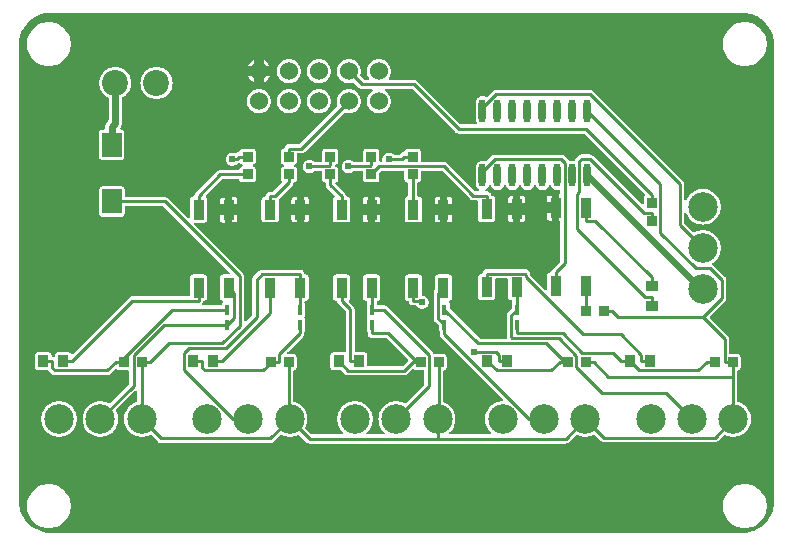
<source format=gtl>
G04 Layer: TopLayer*
G04 EasyEDA v6.5.29, 2023-07-15 16:34:33*
G04 ff16eedd4ae041ca9ad6f45f5caac9ae,10*
G04 Gerber Generator version 0.2*
G04 Scale: 100 percent, Rotated: No, Reflected: No *
G04 Dimensions in millimeters *
G04 leading zeros omitted , absolute positions ,4 integer and 5 decimal *
%FSLAX45Y45*%
%MOMM*%

%AMMACRO1*21,1,$1,$2,0,0,$3*%
%ADD10C,0.2540*%
%ADD11C,0.6000*%
%ADD12MACRO1,0.36X0.93X0.0000*%
%ADD13MACRO1,1.62X2.0464X0.0000*%
%ADD14R,0.8999X1.0000*%
%ADD15R,1.0000X0.8999*%
%ADD16MACRO1,0.864X0.8065X90.0000*%
%ADD17MACRO1,0.864X0.8065X0.0000*%
%ADD18R,0.8640X0.8065*%
%ADD19MACRO1,0.864X0.8065X-90.0000*%
%ADD20R,0.9500X1.7000*%
%ADD21O,0.6020054X1.9709892*%
%ADD22C,2.5000*%
%ADD23C,2.2000*%
%ADD24C,1.5240*%
%ADD25C,0.6100*%
%ADD26C,0.0154*%

%LPD*%
G36*
X1519885Y4572508D02*
G01*
X1497279Y4573422D01*
X1475943Y4575962D01*
X1454810Y4580178D01*
X1434134Y4586071D01*
X1413967Y4593539D01*
X1394409Y4602581D01*
X1375664Y4613148D01*
X1357782Y4625086D01*
X1340916Y4638446D01*
X1325118Y4653076D01*
X1310538Y4668926D01*
X1297228Y4685842D01*
X1285341Y4703724D01*
X1274826Y4722520D01*
X1265834Y4742078D01*
X1258417Y4762296D01*
X1252626Y4783023D01*
X1248460Y4804105D01*
X1245971Y4825492D01*
X1245108Y4847285D01*
X1245108Y8703614D01*
X1246022Y8726170D01*
X1248562Y8747556D01*
X1252829Y8768638D01*
X1258671Y8789365D01*
X1266139Y8809532D01*
X1275181Y8829040D01*
X1285748Y8847836D01*
X1297736Y8865666D01*
X1311046Y8882583D01*
X1325676Y8898331D01*
X1341526Y8912910D01*
X1358442Y8926220D01*
X1376324Y8938158D01*
X1395120Y8948674D01*
X1414678Y8957614D01*
X1434896Y8965031D01*
X1455623Y8970873D01*
X1476705Y8975039D01*
X1498092Y8977528D01*
X1519885Y8978392D01*
X7364984Y8978392D01*
X7387590Y8977477D01*
X7408925Y8974886D01*
X7430058Y8970670D01*
X7450734Y8964777D01*
X7470952Y8957310D01*
X7490459Y8948267D01*
X7509205Y8937752D01*
X7527086Y8925763D01*
X7543952Y8912402D01*
X7559751Y8897772D01*
X7574330Y8881973D01*
X7587640Y8865057D01*
X7599578Y8847124D01*
X7610043Y8828328D01*
X7619034Y8808770D01*
X7626451Y8788603D01*
X7632242Y8767876D01*
X7636408Y8746744D01*
X7638948Y8725408D01*
X7639761Y8703614D01*
X7639761Y4847285D01*
X7638846Y4824679D01*
X7636306Y4803343D01*
X7632090Y4782210D01*
X7626197Y4761534D01*
X7618730Y4741367D01*
X7609687Y4721809D01*
X7599172Y4703064D01*
X7587183Y4685182D01*
X7573822Y4668316D01*
X7559192Y4652518D01*
X7543342Y4637938D01*
X7526426Y4624628D01*
X7508544Y4612690D01*
X7489748Y4602226D01*
X7470190Y4593234D01*
X7449972Y4585817D01*
X7429296Y4580026D01*
X7408164Y4575860D01*
X7386777Y4573371D01*
X7364984Y4572508D01*
G37*

%LPC*%
G36*
X3184804Y8528050D02*
G01*
X3232150Y8528050D01*
X3232150Y8575395D01*
X3221685Y8569655D01*
X3210712Y8561578D01*
X3200908Y8552078D01*
X3192424Y8541359D01*
X3185464Y8529624D01*
G37*
G36*
X1489202Y4614926D02*
G01*
X1507998Y4614926D01*
X1526743Y4616856D01*
X1545183Y4620615D01*
X1563166Y4626254D01*
X1580489Y4633722D01*
X1596948Y4642866D01*
X1612392Y4653584D01*
X1626666Y4665878D01*
X1639671Y4679492D01*
X1651152Y4694428D01*
X1661160Y4710379D01*
X1669440Y4727295D01*
X1675993Y4744974D01*
X1680667Y4763160D01*
X1683562Y4781804D01*
X1684477Y4800600D01*
X1683562Y4819396D01*
X1680667Y4838039D01*
X1675993Y4856226D01*
X1669440Y4873904D01*
X1661160Y4890820D01*
X1651152Y4906772D01*
X1639671Y4921707D01*
X1626666Y4935321D01*
X1612392Y4947615D01*
X1596948Y4958334D01*
X1580489Y4967478D01*
X1563166Y4974945D01*
X1545183Y4980584D01*
X1526743Y4984343D01*
X1507998Y4986274D01*
X1489202Y4986274D01*
X1470456Y4984343D01*
X1452016Y4980584D01*
X1434033Y4974945D01*
X1416710Y4967478D01*
X1400251Y4958334D01*
X1384808Y4947615D01*
X1370533Y4935321D01*
X1357528Y4921707D01*
X1346047Y4906772D01*
X1336040Y4890820D01*
X1327759Y4873904D01*
X1321206Y4856226D01*
X1316532Y4838039D01*
X1313637Y4819396D01*
X1312722Y4800600D01*
X1313637Y4781804D01*
X1316532Y4763160D01*
X1321206Y4744974D01*
X1327759Y4727295D01*
X1336040Y4710379D01*
X1346047Y4694428D01*
X1357528Y4679492D01*
X1370533Y4665878D01*
X1384808Y4653584D01*
X1400251Y4642866D01*
X1416710Y4633722D01*
X1434033Y4626254D01*
X1452016Y4620615D01*
X1470456Y4616856D01*
G37*
G36*
X3707282Y5329529D02*
G01*
X5872581Y5329529D01*
X5880608Y5330342D01*
X5887821Y5332526D01*
X5894527Y5336082D01*
X5900724Y5341213D01*
X5961024Y5401513D01*
X5964682Y5403850D01*
X5969000Y5404459D01*
X5973114Y5403189D01*
X5976670Y5401259D01*
X5992317Y5394756D01*
X6008573Y5390083D01*
X6025235Y5387238D01*
X6042152Y5386324D01*
X6059017Y5387238D01*
X6075730Y5390083D01*
X6091986Y5394756D01*
X6107582Y5401259D01*
X6111138Y5403189D01*
X6115304Y5404459D01*
X6119622Y5403850D01*
X6123228Y5401513D01*
X6172250Y5352491D01*
X6178499Y5347411D01*
X6185154Y5343804D01*
X6192367Y5341620D01*
X6200394Y5340858D01*
X7136130Y5340858D01*
X7144156Y5341620D01*
X7151370Y5343804D01*
X7158024Y5347411D01*
X7164273Y5352491D01*
X7213244Y5401513D01*
X7216902Y5403850D01*
X7221220Y5404459D01*
X7225334Y5403189D01*
X7228890Y5401259D01*
X7244537Y5394756D01*
X7260793Y5390083D01*
X7277455Y5387238D01*
X7294372Y5386324D01*
X7311237Y5387238D01*
X7327950Y5390083D01*
X7344206Y5394756D01*
X7359802Y5401259D01*
X7374636Y5409438D01*
X7388453Y5419242D01*
X7401052Y5430520D01*
X7412329Y5443118D01*
X7422134Y5456936D01*
X7430312Y5471718D01*
X7436764Y5487365D01*
X7441438Y5503621D01*
X7444282Y5520283D01*
X7445248Y5537200D01*
X7444282Y5554116D01*
X7441438Y5570778D01*
X7436764Y5587034D01*
X7430312Y5602681D01*
X7422134Y5617464D01*
X7412329Y5631281D01*
X7401052Y5643880D01*
X7388453Y5655157D01*
X7374636Y5664962D01*
X7359802Y5673140D01*
X7344206Y5679643D01*
X7334910Y5682284D01*
X7331100Y5684367D01*
X7328458Y5687822D01*
X7327544Y5692089D01*
X7327544Y5941568D01*
X7328408Y5945632D01*
X7330795Y5949035D01*
X7334351Y5951169D01*
X7340447Y5953302D01*
X7345375Y5956401D01*
X7349439Y5960465D01*
X7352538Y5965393D01*
X7354468Y5970828D01*
X7355179Y5977178D01*
X7355179Y6062421D01*
X7354468Y6068771D01*
X7352538Y6074206D01*
X7349439Y6079134D01*
X7345375Y6083198D01*
X7340447Y6086297D01*
X7335012Y6088176D01*
X7328662Y6088888D01*
X7269480Y6088888D01*
X7265568Y6089700D01*
X7262266Y6091885D01*
X7260081Y6095187D01*
X7259320Y6099048D01*
X7259320Y6213703D01*
X7258507Y6221730D01*
X7256322Y6228943D01*
X7252766Y6235598D01*
X7247636Y6241846D01*
X7095490Y6393992D01*
X7093254Y6397294D01*
X7092492Y6401206D01*
X7093254Y6405067D01*
X7095490Y6408369D01*
X7222896Y6535775D01*
X7228027Y6542024D01*
X7231583Y6548678D01*
X7233767Y6555943D01*
X7234580Y6563918D01*
X7234580Y6713728D01*
X7233767Y6721754D01*
X7231583Y6728968D01*
X7228027Y6735622D01*
X7222896Y6741871D01*
X7125462Y6839305D01*
X7119670Y6844030D01*
X7117283Y6846874D01*
X7116064Y6850380D01*
X7116216Y6854088D01*
X7117638Y6857542D01*
X7120229Y6860184D01*
X7129881Y6867042D01*
X7142480Y6878269D01*
X7153757Y6890918D01*
X7163562Y6904685D01*
X7171740Y6919518D01*
X7178243Y6935165D01*
X7182916Y6951421D01*
X7185761Y6968083D01*
X7186675Y6985000D01*
X7185761Y7001865D01*
X7182916Y7018578D01*
X7178243Y7034834D01*
X7171740Y7050481D01*
X7163562Y7065264D01*
X7153757Y7079081D01*
X7142480Y7091680D01*
X7129881Y7102957D01*
X7116064Y7112762D01*
X7101281Y7120940D01*
X7085634Y7127392D01*
X7069378Y7132116D01*
X7052716Y7134910D01*
X7035800Y7135875D01*
X7018883Y7134910D01*
X7002221Y7132116D01*
X6985965Y7127392D01*
X6970318Y7120940D01*
X6966813Y7118959D01*
X6962648Y7117740D01*
X6958330Y7118350D01*
X6954672Y7120686D01*
X6880453Y7194905D01*
X6878269Y7198207D01*
X6877507Y7202119D01*
X6877507Y7272426D01*
X6878269Y7276338D01*
X6880453Y7279640D01*
X6883755Y7281824D01*
X6887667Y7282586D01*
X6891528Y7281824D01*
X6894830Y7279640D01*
X6897014Y7276338D01*
X6899859Y7269530D01*
X6908038Y7254697D01*
X6917842Y7240930D01*
X6929120Y7228281D01*
X6941718Y7217003D01*
X6955536Y7207250D01*
X6970318Y7199020D01*
X6985965Y7192568D01*
X7002221Y7187895D01*
X7018883Y7185050D01*
X7035800Y7184085D01*
X7052716Y7185050D01*
X7069378Y7187895D01*
X7085634Y7192568D01*
X7101281Y7199020D01*
X7116064Y7207250D01*
X7129881Y7217003D01*
X7142480Y7228281D01*
X7153757Y7240930D01*
X7163562Y7254697D01*
X7171740Y7269530D01*
X7178243Y7285177D01*
X7182916Y7301433D01*
X7185761Y7318095D01*
X7186675Y7335012D01*
X7185761Y7351877D01*
X7182916Y7368590D01*
X7178243Y7384846D01*
X7171740Y7400442D01*
X7163562Y7415275D01*
X7153757Y7429093D01*
X7142480Y7441692D01*
X7129881Y7452969D01*
X7116064Y7462774D01*
X7101281Y7470952D01*
X7085634Y7477404D01*
X7069378Y7482078D01*
X7052716Y7484922D01*
X7035800Y7485888D01*
X7018883Y7484922D01*
X7002221Y7482078D01*
X6985965Y7477404D01*
X6970318Y7470952D01*
X6955536Y7462774D01*
X6941718Y7452969D01*
X6929120Y7441692D01*
X6917842Y7429093D01*
X6908038Y7415275D01*
X6899859Y7400442D01*
X6897014Y7393635D01*
X6894830Y7390333D01*
X6891528Y7388148D01*
X6887667Y7387386D01*
X6883755Y7388148D01*
X6880453Y7390333D01*
X6878269Y7393635D01*
X6877507Y7397546D01*
X6877507Y7526883D01*
X6876694Y7534909D01*
X6874509Y7542123D01*
X6870953Y7548778D01*
X6865823Y7555026D01*
X6107633Y8313216D01*
X6101435Y8318296D01*
X6094730Y8321852D01*
X6087516Y8324088D01*
X6079490Y8324850D01*
X5284368Y8324850D01*
X5276342Y8324088D01*
X5269128Y8321852D01*
X5262473Y8318296D01*
X5256225Y8313216D01*
X5209184Y8266125D01*
X5205730Y8263890D01*
X5201666Y8263128D01*
X5197703Y8264093D01*
X5188051Y8268614D01*
X5178602Y8271103D01*
X5168900Y8271967D01*
X5159197Y8271103D01*
X5149748Y8268614D01*
X5140909Y8264448D01*
X5132933Y8258860D01*
X5126024Y8251952D01*
X5120436Y8243976D01*
X5116322Y8235137D01*
X5113782Y8225739D01*
X5112867Y8215579D01*
X5112867Y8079536D01*
X5113782Y8069376D01*
X5116322Y8059978D01*
X5120436Y8051139D01*
X5122722Y8047837D01*
X5124399Y8043773D01*
X5124196Y8039404D01*
X5122164Y8035493D01*
X5118658Y8032800D01*
X5114391Y8031886D01*
X4988966Y8031886D01*
X4985105Y8032648D01*
X4981803Y8034832D01*
X4618685Y8397951D01*
X4612436Y8403082D01*
X4605782Y8406638D01*
X4598568Y8408822D01*
X4590542Y8409635D01*
X4384649Y8409635D01*
X4380382Y8410549D01*
X4376877Y8413242D01*
X4374845Y8417102D01*
X4374642Y8421471D01*
X4376267Y8425535D01*
X4380433Y8431580D01*
X4386580Y8443722D01*
X4391050Y8456625D01*
X4393793Y8469985D01*
X4394708Y8483600D01*
X4393793Y8497214D01*
X4391050Y8510574D01*
X4386580Y8523478D01*
X4380433Y8535619D01*
X4372711Y8546846D01*
X4363567Y8557006D01*
X4353153Y8565794D01*
X4341672Y8573109D01*
X4329277Y8578850D01*
X4316272Y8582914D01*
X4302810Y8585149D01*
X4289196Y8585606D01*
X4275632Y8584285D01*
X4262374Y8581085D01*
X4249623Y8576208D01*
X4237685Y8569655D01*
X4226712Y8561578D01*
X4216908Y8552078D01*
X4208424Y8541359D01*
X4201464Y8529624D01*
X4196181Y8517077D01*
X4192574Y8503920D01*
X4190746Y8490407D01*
X4190746Y8476792D01*
X4192574Y8463280D01*
X4196181Y8450122D01*
X4201464Y8437575D01*
X4208983Y8424976D01*
X4210354Y8420963D01*
X4209948Y8416696D01*
X4207865Y8413038D01*
X4204411Y8410498D01*
X4200245Y8409635D01*
X4171391Y8409635D01*
X4167530Y8410397D01*
X4164228Y8412581D01*
X4137202Y8439607D01*
X4135069Y8442706D01*
X4134256Y8446363D01*
X4134815Y8450122D01*
X4137050Y8456625D01*
X4139793Y8469985D01*
X4140708Y8483600D01*
X4139793Y8497214D01*
X4137050Y8510574D01*
X4132579Y8523478D01*
X4126433Y8535619D01*
X4118711Y8546846D01*
X4109567Y8557006D01*
X4099153Y8565794D01*
X4087672Y8573109D01*
X4075277Y8578850D01*
X4062272Y8582914D01*
X4048810Y8585149D01*
X4035196Y8585606D01*
X4021632Y8584285D01*
X4008374Y8581085D01*
X3995623Y8576208D01*
X3983685Y8569655D01*
X3972712Y8561578D01*
X3962908Y8552078D01*
X3954424Y8541359D01*
X3947464Y8529624D01*
X3942181Y8517077D01*
X3938574Y8503920D01*
X3936746Y8490407D01*
X3936746Y8476792D01*
X3938574Y8463280D01*
X3942181Y8450122D01*
X3947464Y8437575D01*
X3954424Y8425840D01*
X3962908Y8415121D01*
X3972712Y8405622D01*
X3983685Y8397544D01*
X3995623Y8390991D01*
X4008374Y8386114D01*
X4021632Y8382914D01*
X4035196Y8381593D01*
X4048810Y8382050D01*
X4062272Y8384286D01*
X4072483Y8387486D01*
X4076090Y8387892D01*
X4079646Y8387029D01*
X4082643Y8384946D01*
X4123537Y8344052D01*
X4129786Y8338972D01*
X4136440Y8335365D01*
X4143654Y8333181D01*
X4151680Y8332419D01*
X4229506Y8332419D01*
X4233621Y8331504D01*
X4237024Y8329066D01*
X4239158Y8325408D01*
X4239615Y8321243D01*
X4238294Y8317230D01*
X4235500Y8314080D01*
X4226712Y8307578D01*
X4216908Y8298078D01*
X4208424Y8287359D01*
X4201464Y8275624D01*
X4196181Y8263077D01*
X4192574Y8249920D01*
X4190746Y8236407D01*
X4190746Y8222792D01*
X4192574Y8209280D01*
X4196181Y8196122D01*
X4201464Y8183575D01*
X4208424Y8171840D01*
X4216908Y8161121D01*
X4226712Y8151622D01*
X4237685Y8143544D01*
X4249623Y8136991D01*
X4262374Y8132114D01*
X4275632Y8128914D01*
X4289196Y8127593D01*
X4302810Y8128050D01*
X4316272Y8130286D01*
X4329277Y8134350D01*
X4341672Y8140090D01*
X4353153Y8147405D01*
X4363567Y8156194D01*
X4372711Y8166353D01*
X4380433Y8177580D01*
X4386580Y8189722D01*
X4391050Y8202625D01*
X4393793Y8215985D01*
X4394708Y8229600D01*
X4393793Y8243214D01*
X4391050Y8256574D01*
X4386580Y8269478D01*
X4380433Y8281619D01*
X4372711Y8292846D01*
X4363567Y8303006D01*
X4353153Y8311794D01*
X4350207Y8313674D01*
X4347108Y8316722D01*
X4345584Y8320786D01*
X4345889Y8325103D01*
X4347972Y8328863D01*
X4351426Y8331504D01*
X4355642Y8332419D01*
X4570831Y8332419D01*
X4574692Y8331606D01*
X4577994Y8329422D01*
X4941112Y7966303D01*
X4947361Y7961223D01*
X4954016Y7957616D01*
X4961229Y7955432D01*
X4969256Y7954670D01*
X6023914Y7954670D01*
X6027775Y7953857D01*
X6031077Y7951673D01*
X6543700Y7439050D01*
X6545935Y7435748D01*
X6546697Y7431887D01*
X6545935Y7427975D01*
X6543700Y7424674D01*
X6540601Y7421575D01*
X6537502Y7416647D01*
X6535623Y7411212D01*
X6534912Y7404862D01*
X6534912Y7362698D01*
X6534099Y7358837D01*
X6531914Y7355535D01*
X6528612Y7353300D01*
X6524752Y7352538D01*
X6520840Y7353300D01*
X6517538Y7355535D01*
X6104788Y7768285D01*
X6098540Y7773416D01*
X6091885Y7776972D01*
X6084671Y7779156D01*
X6076645Y7779969D01*
X6011926Y7779969D01*
X6003899Y7779156D01*
X5996686Y7776972D01*
X5990031Y7773416D01*
X5983782Y7768285D01*
X5962142Y7746644D01*
X5957011Y7740396D01*
X5953455Y7733741D01*
X5952642Y7730998D01*
X5951067Y7727899D01*
X5948578Y7725460D01*
X5945378Y7724089D01*
X5941923Y7723784D01*
X5930849Y7724851D01*
X5921197Y7724038D01*
X5911900Y7721549D01*
X5907430Y7721346D01*
X5903264Y7723174D01*
X5900318Y7726578D01*
X5898845Y7729321D01*
X5893714Y7735570D01*
X5864961Y7764322D01*
X5858764Y7769453D01*
X5852058Y7773009D01*
X5844844Y7775194D01*
X5836818Y7776006D01*
X5274614Y7776006D01*
X5266588Y7775194D01*
X5259374Y7773009D01*
X5252669Y7769453D01*
X5246471Y7764322D01*
X5203698Y7721549D01*
X5200243Y7719314D01*
X5196230Y7718602D01*
X5192217Y7719568D01*
X5188051Y7721498D01*
X5178602Y7724038D01*
X5168900Y7724851D01*
X5159197Y7724038D01*
X5149748Y7721498D01*
X5140909Y7717383D01*
X5132933Y7711795D01*
X5126024Y7704886D01*
X5120436Y7696860D01*
X5116322Y7688021D01*
X5113782Y7678623D01*
X5112867Y7668463D01*
X5112867Y7532420D01*
X5113782Y7522260D01*
X5116322Y7512862D01*
X5120436Y7504023D01*
X5126024Y7496048D01*
X5132933Y7489139D01*
X5138826Y7484973D01*
X5141722Y7481874D01*
X5143093Y7477861D01*
X5142687Y7473645D01*
X5140604Y7469936D01*
X5137150Y7467396D01*
X5132984Y7466533D01*
X5114290Y7466533D01*
X5110429Y7467295D01*
X5107127Y7469479D01*
X4873040Y7703566D01*
X4866843Y7708646D01*
X4860137Y7712202D01*
X4852924Y7714437D01*
X4844897Y7715199D01*
X4657598Y7715199D01*
X4653737Y7715961D01*
X4650435Y7718196D01*
X4648250Y7721498D01*
X4647438Y7725359D01*
X4647438Y7798562D01*
X4646726Y7804912D01*
X4644847Y7810347D01*
X4641748Y7815275D01*
X4637684Y7819339D01*
X4632756Y7822438D01*
X4627321Y7824368D01*
X4620971Y7825079D01*
X4535728Y7825079D01*
X4529378Y7824368D01*
X4523943Y7822438D01*
X4519015Y7819339D01*
X4514951Y7815275D01*
X4511852Y7810347D01*
X4509566Y7803794D01*
X4507890Y7800797D01*
X4505350Y7798562D01*
X4492498Y7794447D01*
X4485792Y7790891D01*
X4479594Y7785811D01*
X4473448Y7779664D01*
X4470146Y7777429D01*
X4466234Y7776667D01*
X4423765Y7776667D01*
X4419854Y7777429D01*
X4416552Y7779664D01*
X4414977Y7781239D01*
X4406900Y7786878D01*
X4398010Y7791043D01*
X4388510Y7793583D01*
X4378706Y7794447D01*
X4368952Y7793583D01*
X4359452Y7791043D01*
X4350562Y7786878D01*
X4342485Y7781239D01*
X4335526Y7774279D01*
X4329938Y7766253D01*
X4325772Y7757363D01*
X4323232Y7747863D01*
X4322368Y7738059D01*
X4323588Y7724292D01*
X4322521Y7720736D01*
X4320286Y7717840D01*
X4317136Y7715859D01*
X4313478Y7715199D01*
X4308348Y7715199D01*
X4304487Y7715961D01*
X4301185Y7718196D01*
X4299000Y7721498D01*
X4298188Y7725359D01*
X4298188Y7798562D01*
X4297476Y7804912D01*
X4295597Y7810347D01*
X4292498Y7815275D01*
X4288434Y7819339D01*
X4283506Y7822438D01*
X4278071Y7824368D01*
X4271721Y7825079D01*
X4186478Y7825079D01*
X4180128Y7824368D01*
X4174693Y7822438D01*
X4169765Y7819339D01*
X4165701Y7815275D01*
X4162602Y7810347D01*
X4160723Y7804912D01*
X4160012Y7798562D01*
X4160012Y7726070D01*
X4159199Y7722209D01*
X4157014Y7718907D01*
X4153712Y7716672D01*
X4149851Y7715910D01*
X4080205Y7715910D01*
X4076344Y7716672D01*
X4073042Y7718907D01*
X4071416Y7720482D01*
X4063390Y7726121D01*
X4054500Y7730286D01*
X4045000Y7732826D01*
X4035196Y7733690D01*
X4025392Y7732826D01*
X4015892Y7730286D01*
X4007002Y7726121D01*
X3998976Y7720482D01*
X3992016Y7713522D01*
X3986377Y7705496D01*
X3982212Y7696606D01*
X3979672Y7687106D01*
X3978808Y7677302D01*
X3979672Y7667498D01*
X3982212Y7658049D01*
X3986377Y7649108D01*
X3992016Y7641081D01*
X3998976Y7634122D01*
X4007002Y7628483D01*
X4015892Y7624318D01*
X4025392Y7621778D01*
X4035196Y7620965D01*
X4045000Y7621778D01*
X4054500Y7624318D01*
X4063390Y7628483D01*
X4071416Y7634122D01*
X4073042Y7635748D01*
X4076344Y7637932D01*
X4080205Y7638694D01*
X4149851Y7638694D01*
X4153712Y7637932D01*
X4157014Y7635748D01*
X4159199Y7632446D01*
X4160012Y7628534D01*
X4160012Y7568438D01*
X4160723Y7562088D01*
X4162602Y7556652D01*
X4165701Y7551724D01*
X4169765Y7547660D01*
X4174693Y7544562D01*
X4180128Y7542631D01*
X4186478Y7541920D01*
X4271721Y7541920D01*
X4278071Y7542631D01*
X4283506Y7544562D01*
X4288434Y7547660D01*
X4292498Y7551724D01*
X4295597Y7556652D01*
X4297476Y7562088D01*
X4298188Y7568438D01*
X4298188Y7618475D01*
X4299000Y7622336D01*
X4301185Y7625638D01*
X4310532Y7635036D01*
X4313834Y7637221D01*
X4317746Y7637983D01*
X4499102Y7637983D01*
X4502962Y7637221D01*
X4506264Y7635036D01*
X4508449Y7631734D01*
X4509262Y7627823D01*
X4509262Y7568438D01*
X4509973Y7562088D01*
X4511852Y7556652D01*
X4514951Y7551724D01*
X4519015Y7547660D01*
X4523943Y7544562D01*
X4529378Y7542631D01*
X4534255Y7541463D01*
X4537151Y7539177D01*
X4539081Y7536027D01*
X4539742Y7532420D01*
X4539742Y7430414D01*
X4539081Y7426858D01*
X4537252Y7423759D01*
X4534509Y7421524D01*
X4525568Y7418425D01*
X4520692Y7415377D01*
X4516577Y7411262D01*
X4513529Y7406386D01*
X4511598Y7400899D01*
X4510887Y7394600D01*
X4510887Y7225741D01*
X4511598Y7219391D01*
X4513529Y7213955D01*
X4516577Y7209028D01*
X4520692Y7204964D01*
X4525568Y7201865D01*
X4531055Y7199985D01*
X4537354Y7199274D01*
X4631232Y7199274D01*
X4637532Y7199985D01*
X4643018Y7201865D01*
X4647895Y7204964D01*
X4652010Y7209028D01*
X4655108Y7213955D01*
X4656988Y7219391D01*
X4657699Y7225741D01*
X4657699Y7394600D01*
X4656988Y7400899D01*
X4655108Y7406386D01*
X4652010Y7411262D01*
X4647895Y7415377D01*
X4643018Y7418425D01*
X4637532Y7420356D01*
X4631131Y7421067D01*
X4627829Y7422032D01*
X4625035Y7424064D01*
X4623054Y7426858D01*
X4619904Y7437831D01*
X4617262Y7443470D01*
X4616958Y7445908D01*
X4616958Y7532420D01*
X4617618Y7536027D01*
X4619548Y7539177D01*
X4622444Y7541463D01*
X4627321Y7542631D01*
X4632756Y7544562D01*
X4637684Y7547660D01*
X4641748Y7551724D01*
X4644847Y7556652D01*
X4646726Y7562088D01*
X4647438Y7568438D01*
X4647438Y7627823D01*
X4648250Y7631734D01*
X4650435Y7635036D01*
X4653737Y7637221D01*
X4657598Y7637983D01*
X4825187Y7637983D01*
X4829098Y7637221D01*
X4832400Y7635036D01*
X5066436Y7400950D01*
X5072684Y7395870D01*
X5079339Y7392263D01*
X5086553Y7390079D01*
X5094579Y7389317D01*
X5123434Y7389317D01*
X5127294Y7388504D01*
X5130596Y7386320D01*
X5132832Y7383018D01*
X5133594Y7379157D01*
X5133594Y7230567D01*
X5134305Y7224217D01*
X5136235Y7218781D01*
X5139283Y7213853D01*
X5143398Y7209790D01*
X5148275Y7206691D01*
X5153761Y7204811D01*
X5160060Y7204100D01*
X5253939Y7204100D01*
X5260238Y7204811D01*
X5265724Y7206691D01*
X5270601Y7209790D01*
X5274716Y7213853D01*
X5277764Y7218781D01*
X5279694Y7224217D01*
X5280406Y7230567D01*
X5280406Y7399426D01*
X5279694Y7405725D01*
X5277764Y7411212D01*
X5274716Y7416088D01*
X5270601Y7420203D01*
X5265724Y7423251D01*
X5260238Y7425181D01*
X5253837Y7425893D01*
X5250535Y7426858D01*
X5247741Y7428890D01*
X5245760Y7431684D01*
X5242610Y7442657D01*
X5239054Y7449312D01*
X5234279Y7455153D01*
X5228437Y7459980D01*
X5221732Y7463536D01*
X5214518Y7465720D01*
X5206492Y7466533D01*
X5204815Y7466533D01*
X5200650Y7467396D01*
X5197195Y7469936D01*
X5195112Y7473645D01*
X5194706Y7477861D01*
X5196078Y7481874D01*
X5198973Y7484973D01*
X5204866Y7489139D01*
X5211775Y7496048D01*
X5217363Y7504023D01*
X5221478Y7512862D01*
X5222595Y7516926D01*
X5224627Y7520838D01*
X5228082Y7523530D01*
X5232400Y7524445D01*
X5236718Y7523530D01*
X5240172Y7520838D01*
X5242204Y7516926D01*
X5243322Y7512862D01*
X5247436Y7504023D01*
X5253024Y7496048D01*
X5259933Y7489139D01*
X5267909Y7483551D01*
X5276748Y7479385D01*
X5286197Y7476896D01*
X5295900Y7476032D01*
X5305602Y7476896D01*
X5315051Y7479385D01*
X5323890Y7483551D01*
X5331866Y7489139D01*
X5338775Y7496048D01*
X5344363Y7504023D01*
X5348478Y7512862D01*
X5349595Y7516926D01*
X5351627Y7520838D01*
X5355082Y7523530D01*
X5359400Y7524445D01*
X5363718Y7523530D01*
X5367172Y7520838D01*
X5369204Y7516926D01*
X5370322Y7512862D01*
X5374436Y7504023D01*
X5380024Y7496048D01*
X5386933Y7489139D01*
X5394909Y7483551D01*
X5403748Y7479385D01*
X5413197Y7476896D01*
X5422900Y7476032D01*
X5432602Y7476896D01*
X5442051Y7479385D01*
X5450890Y7483551D01*
X5458866Y7489139D01*
X5465775Y7496048D01*
X5471363Y7504023D01*
X5475478Y7512862D01*
X5476595Y7516926D01*
X5478627Y7520838D01*
X5482082Y7523530D01*
X5486400Y7524445D01*
X5490718Y7523530D01*
X5494172Y7520838D01*
X5496204Y7516926D01*
X5497322Y7512862D01*
X5501436Y7504023D01*
X5507024Y7496048D01*
X5513933Y7489139D01*
X5521909Y7483551D01*
X5530748Y7479385D01*
X5540197Y7476896D01*
X5549900Y7476032D01*
X5559602Y7476896D01*
X5569051Y7479385D01*
X5577890Y7483551D01*
X5585866Y7489139D01*
X5592775Y7496048D01*
X5598363Y7504023D01*
X5602478Y7512862D01*
X5603595Y7516926D01*
X5605627Y7520838D01*
X5609082Y7523530D01*
X5613400Y7524445D01*
X5617718Y7523530D01*
X5621172Y7520838D01*
X5623204Y7516926D01*
X5624322Y7512862D01*
X5628436Y7504023D01*
X5634024Y7496048D01*
X5640933Y7489139D01*
X5648909Y7483551D01*
X5657748Y7479385D01*
X5667197Y7476896D01*
X5676900Y7476032D01*
X5686602Y7476896D01*
X5696051Y7479385D01*
X5704890Y7483551D01*
X5712866Y7489139D01*
X5719775Y7496048D01*
X5725363Y7504023D01*
X5729478Y7512862D01*
X5730595Y7516926D01*
X5732627Y7520838D01*
X5736082Y7523530D01*
X5740400Y7524445D01*
X5744718Y7523530D01*
X5748172Y7520838D01*
X5750204Y7516926D01*
X5751322Y7512862D01*
X5755436Y7504023D01*
X5761024Y7496048D01*
X5767933Y7489139D01*
X5775909Y7483551D01*
X5784748Y7479385D01*
X5794197Y7476896D01*
X5803900Y7476032D01*
X5813602Y7476896D01*
X5819089Y7477658D01*
X5822645Y7476591D01*
X5825591Y7474356D01*
X5827522Y7471206D01*
X5828182Y7467549D01*
X5828182Y7448753D01*
X5827318Y7444689D01*
X5824880Y7441285D01*
X5821324Y7439152D01*
X5821324Y7376007D01*
X5824880Y7373874D01*
X5827318Y7370470D01*
X5828182Y7366355D01*
X5828182Y7288987D01*
X5827318Y7284923D01*
X5824880Y7281519D01*
X5821324Y7279386D01*
X5821324Y7216241D01*
X5824880Y7214108D01*
X5827318Y7210704D01*
X5828182Y7206640D01*
X5828182Y6876440D01*
X5827420Y6872528D01*
X5825185Y6869226D01*
X5764276Y6808266D01*
X5759145Y6802069D01*
X5755589Y6795414D01*
X5752439Y6784390D01*
X5750458Y6781596D01*
X5747664Y6779564D01*
X5744362Y6778650D01*
X5737961Y6777888D01*
X5732475Y6776008D01*
X5727598Y6772909D01*
X5723483Y6768846D01*
X5720435Y6763918D01*
X5718505Y6758482D01*
X5717794Y6752132D01*
X5717794Y6636664D01*
X5717032Y6632803D01*
X5714796Y6629501D01*
X5711494Y6627317D01*
X5707634Y6626504D01*
X5703722Y6627317D01*
X5700471Y6629501D01*
X5578195Y6751777D01*
X5575960Y6755079D01*
X5575198Y6760209D01*
X5574385Y6768236D01*
X5572201Y6775500D01*
X5568645Y6782155D01*
X5563514Y6788353D01*
X5556859Y6795058D01*
X5550611Y6800189D01*
X5543956Y6803745D01*
X5536742Y6805930D01*
X5528716Y6806742D01*
X5207660Y6806742D01*
X5199634Y6805930D01*
X5192420Y6803745D01*
X5185765Y6800189D01*
X5179923Y6795363D01*
X5174945Y6789369D01*
X5171389Y6782714D01*
X5168239Y6771690D01*
X5166258Y6768896D01*
X5163464Y6766864D01*
X5160162Y6765950D01*
X5153761Y6765188D01*
X5148275Y6763308D01*
X5143398Y6760209D01*
X5139283Y6756146D01*
X5136235Y6751218D01*
X5134305Y6745782D01*
X5133594Y6739432D01*
X5133594Y6570573D01*
X5134305Y6564274D01*
X5136235Y6558788D01*
X5139283Y6553911D01*
X5143398Y6549796D01*
X5148275Y6546748D01*
X5153761Y6544818D01*
X5160060Y6544106D01*
X5253939Y6544106D01*
X5260238Y6544818D01*
X5265724Y6546748D01*
X5270601Y6549796D01*
X5274716Y6553911D01*
X5277764Y6558788D01*
X5279694Y6564274D01*
X5280406Y6570573D01*
X5280406Y6719366D01*
X5281168Y6723227D01*
X5283403Y6726529D01*
X5286705Y6728714D01*
X5290566Y6729526D01*
X5377434Y6729526D01*
X5381294Y6728714D01*
X5384596Y6726529D01*
X5386832Y6723227D01*
X5387594Y6719366D01*
X5387594Y6570573D01*
X5388305Y6564274D01*
X5390235Y6558788D01*
X5393283Y6553911D01*
X5397398Y6549796D01*
X5402275Y6546748D01*
X5407761Y6544818D01*
X5413349Y6544157D01*
X5416905Y6543090D01*
X5419801Y6540855D01*
X5421731Y6537706D01*
X5422392Y6534099D01*
X5422392Y6529222D01*
X5421985Y6526377D01*
X5419699Y6522008D01*
X5417820Y6516573D01*
X5417108Y6510223D01*
X5417108Y6479184D01*
X5416296Y6475323D01*
X5414111Y6472021D01*
X5387949Y6445859D01*
X5382818Y6439611D01*
X5379262Y6432956D01*
X5377078Y6425742D01*
X5376316Y6417716D01*
X5376316Y6229959D01*
X5376519Y6227572D01*
X5376062Y6223355D01*
X5373928Y6219748D01*
X5370525Y6217259D01*
X5366410Y6216396D01*
X5154930Y6216396D01*
X5151018Y6217158D01*
X5147716Y6219393D01*
X4895088Y6472021D01*
X4892903Y6475323D01*
X4892090Y6479235D01*
X4892090Y6510223D01*
X4891379Y6516573D01*
X4889500Y6522008D01*
X4887366Y6525361D01*
X4886045Y6528714D01*
X4885944Y6532372D01*
X4887163Y6535775D01*
X4889449Y6538569D01*
X4892598Y6540347D01*
X4897018Y6541922D01*
X4901895Y6544970D01*
X4906010Y6549085D01*
X4909108Y6553962D01*
X4910988Y6559448D01*
X4911699Y6565747D01*
X4911699Y6734606D01*
X4910988Y6740956D01*
X4909108Y6746392D01*
X4906010Y6751320D01*
X4901895Y6755384D01*
X4897018Y6758482D01*
X4891532Y6760362D01*
X4885232Y6761073D01*
X4791354Y6761073D01*
X4785055Y6760362D01*
X4779568Y6758482D01*
X4774692Y6755384D01*
X4770577Y6751320D01*
X4767529Y6746392D01*
X4765598Y6740956D01*
X4764887Y6734606D01*
X4764887Y6633819D01*
X4764582Y6631330D01*
X4763719Y6629044D01*
X4760163Y6622440D01*
X4757978Y6615226D01*
X4757216Y6607200D01*
X4757216Y6390182D01*
X4757978Y6382207D01*
X4760163Y6374942D01*
X4763719Y6368288D01*
X4768850Y6362039D01*
X4801311Y6329578D01*
X4803495Y6326276D01*
X4804308Y6322415D01*
X4804308Y6291376D01*
X4805019Y6285026D01*
X4806899Y6279591D01*
X4809185Y6275222D01*
X4809591Y6272377D01*
X4809591Y6254800D01*
X4810404Y6246774D01*
X4812588Y6239560D01*
X4816144Y6232855D01*
X4821275Y6226657D01*
X5342788Y5705094D01*
X5344972Y5701893D01*
X5345785Y5698083D01*
X5345125Y5694273D01*
X5343093Y5690971D01*
X5339943Y5688685D01*
X5336184Y5687771D01*
X5325211Y5687161D01*
X5308549Y5684316D01*
X5292293Y5679643D01*
X5276646Y5673140D01*
X5261864Y5664962D01*
X5248046Y5655157D01*
X5235448Y5643880D01*
X5224170Y5631281D01*
X5214366Y5617464D01*
X5206187Y5602681D01*
X5199684Y5587034D01*
X5195011Y5570778D01*
X5192166Y5554116D01*
X5191252Y5537200D01*
X5192166Y5520283D01*
X5195011Y5503621D01*
X5199684Y5487365D01*
X5206187Y5471718D01*
X5214366Y5456936D01*
X5224170Y5443118D01*
X5235448Y5430520D01*
X5242153Y5424474D01*
X5244592Y5421223D01*
X5245557Y5417312D01*
X5244896Y5413298D01*
X5242712Y5409844D01*
X5239359Y5407558D01*
X5235397Y5406745D01*
X4896662Y5406745D01*
X4892649Y5407558D01*
X4889347Y5409844D01*
X4887163Y5413298D01*
X4886502Y5417312D01*
X4887468Y5421223D01*
X4889855Y5424474D01*
X4896612Y5430520D01*
X4907889Y5443118D01*
X4917694Y5456936D01*
X4925872Y5471718D01*
X4932324Y5487365D01*
X4936998Y5503621D01*
X4939842Y5520283D01*
X4940808Y5537200D01*
X4939842Y5554116D01*
X4936998Y5570778D01*
X4932324Y5587034D01*
X4925872Y5602681D01*
X4917694Y5617464D01*
X4907889Y5631281D01*
X4896612Y5643880D01*
X4884013Y5655157D01*
X4870196Y5664962D01*
X4855362Y5673140D01*
X4844592Y5677611D01*
X4841341Y5679795D01*
X4839106Y5683097D01*
X4838344Y5687009D01*
X4838344Y5941568D01*
X4839208Y5945632D01*
X4841595Y5949035D01*
X4845151Y5951169D01*
X4851247Y5953302D01*
X4856175Y5956401D01*
X4860239Y5960465D01*
X4863338Y5965393D01*
X4865268Y5970828D01*
X4865979Y5977178D01*
X4865979Y6062421D01*
X4865268Y6068771D01*
X4863338Y6074206D01*
X4860239Y6079134D01*
X4856175Y6083198D01*
X4851247Y6086297D01*
X4845812Y6088176D01*
X4839462Y6088888D01*
X4762347Y6088888D01*
X4758791Y6089548D01*
X4755642Y6091428D01*
X4753406Y6094272D01*
X4749546Y6101486D01*
X4744415Y6107684D01*
X4360875Y6491274D01*
X4354677Y6496354D01*
X4347972Y6499910D01*
X4340758Y6502146D01*
X4332732Y6502907D01*
X4289298Y6502907D01*
X4285640Y6503568D01*
X4282490Y6505498D01*
X4280255Y6508394D01*
X4279188Y6511950D01*
X4278680Y6516573D01*
X4276648Y6522313D01*
X4275328Y6524802D01*
X4274159Y6528562D01*
X4274515Y6532473D01*
X4276344Y6535978D01*
X4279341Y6538518D01*
X4283100Y6539738D01*
X4285488Y6539992D01*
X4290923Y6541922D01*
X4295851Y6544970D01*
X4299915Y6549085D01*
X4303014Y6553962D01*
X4304893Y6559448D01*
X4305604Y6565747D01*
X4305604Y6734606D01*
X4304893Y6740956D01*
X4303014Y6746392D01*
X4299915Y6751320D01*
X4295851Y6755384D01*
X4290923Y6758482D01*
X4285488Y6760362D01*
X4279138Y6761073D01*
X4185310Y6761073D01*
X4178960Y6760362D01*
X4173524Y6758482D01*
X4168597Y6755384D01*
X4164533Y6751320D01*
X4161434Y6746392D01*
X4159504Y6740956D01*
X4158792Y6734606D01*
X4158792Y6565747D01*
X4159504Y6559448D01*
X4161434Y6553962D01*
X4164533Y6549085D01*
X4168597Y6544970D01*
X4173524Y6541922D01*
X4178960Y6539992D01*
X4185412Y6539280D01*
X4189374Y6537909D01*
X4192524Y6535115D01*
X4194200Y6531254D01*
X4195013Y6525514D01*
X4194454Y6522821D01*
X4192270Y6516573D01*
X4191558Y6510223D01*
X4191558Y6418376D01*
X4192270Y6412026D01*
X4195826Y6402679D01*
X4195826Y6398920D01*
X4194200Y6395008D01*
X4192270Y6389573D01*
X4191558Y6383223D01*
X4191558Y6291376D01*
X4192270Y6285026D01*
X4194200Y6279591D01*
X4196486Y6275222D01*
X4196892Y6272377D01*
X4196892Y6263386D01*
X4197654Y6255359D01*
X4199839Y6248146D01*
X4203395Y6241440D01*
X4208221Y6235598D01*
X4214063Y6230823D01*
X4220718Y6227267D01*
X4227931Y6225082D01*
X4235958Y6224270D01*
X4351680Y6224270D01*
X4355541Y6223508D01*
X4358843Y6221323D01*
X4536135Y6044031D01*
X4538319Y6040729D01*
X4539081Y6036868D01*
X4538319Y6032957D01*
X4536135Y6029655D01*
X4493768Y5987338D01*
X4490466Y5985154D01*
X4486605Y5984392D01*
X4204665Y5984392D01*
X4200753Y5985154D01*
X4197451Y5987338D01*
X4195267Y5990640D01*
X4194505Y5994552D01*
X4194505Y6076188D01*
X4193794Y6082487D01*
X4191863Y6087973D01*
X4188815Y6092850D01*
X4184700Y6096965D01*
X4179824Y6100013D01*
X4174337Y6101943D01*
X4168038Y6102654D01*
X4099458Y6102654D01*
X4095546Y6103416D01*
X4092244Y6105601D01*
X4090060Y6108903D01*
X4089298Y6112814D01*
X4089298Y6464350D01*
X4088485Y6472377D01*
X4086301Y6479590D01*
X4082745Y6486245D01*
X4077614Y6492494D01*
X4040581Y6529527D01*
X4038346Y6532829D01*
X4037584Y6536791D01*
X4038396Y6540703D01*
X4040682Y6544005D01*
X4045965Y6549135D01*
X4049014Y6553962D01*
X4050893Y6559448D01*
X4051604Y6565747D01*
X4051604Y6734606D01*
X4050893Y6740956D01*
X4049014Y6746392D01*
X4045915Y6751320D01*
X4041851Y6755384D01*
X4036923Y6758482D01*
X4031487Y6760362D01*
X4025137Y6761073D01*
X3931310Y6761073D01*
X3924960Y6760362D01*
X3919524Y6758482D01*
X3914597Y6755384D01*
X3910533Y6751320D01*
X3907434Y6746392D01*
X3905504Y6740956D01*
X3904792Y6734606D01*
X3904792Y6565747D01*
X3905504Y6559448D01*
X3907434Y6553962D01*
X3910533Y6549085D01*
X3914597Y6544970D01*
X3919524Y6541922D01*
X3924960Y6539992D01*
X3931412Y6539280D01*
X3934714Y6538315D01*
X3937508Y6536283D01*
X3939438Y6533489D01*
X3942587Y6522516D01*
X3946144Y6515862D01*
X3951274Y6509613D01*
X4009085Y6451803D01*
X4011269Y6448552D01*
X4012082Y6444640D01*
X4012082Y6112459D01*
X4011168Y6108293D01*
X4008678Y6104839D01*
X4004970Y6102756D01*
X4000754Y6102350D01*
X3998010Y6102654D01*
X3909161Y6102654D01*
X3902862Y6101943D01*
X3897376Y6100013D01*
X3892499Y6096965D01*
X3888384Y6092850D01*
X3885285Y6087973D01*
X3883406Y6082487D01*
X3882694Y6076188D01*
X3882694Y5977331D01*
X3883406Y5970981D01*
X3885285Y5965545D01*
X3888384Y5960618D01*
X3892499Y5956554D01*
X3897376Y5953455D01*
X3902862Y5951524D01*
X3909161Y5950813D01*
X3970680Y5950813D01*
X3974592Y5950051D01*
X3977894Y5947867D01*
X4006900Y5918809D01*
X4013149Y5913729D01*
X4019804Y5910122D01*
X4027017Y5907938D01*
X4035044Y5907176D01*
X4506315Y5907176D01*
X4514342Y5907938D01*
X4521555Y5910122D01*
X4528210Y5913729D01*
X4534458Y5918809D01*
X4575149Y5959500D01*
X4578451Y5961735D01*
X4582312Y5962497D01*
X4586224Y5961735D01*
X4589526Y5959500D01*
X4592624Y5956401D01*
X4597552Y5953302D01*
X4602988Y5951423D01*
X4609338Y5950712D01*
X4668723Y5950712D01*
X4672634Y5949899D01*
X4675886Y5947714D01*
X4678121Y5944412D01*
X4678883Y5940552D01*
X4678883Y5834989D01*
X4678121Y5831078D01*
X4675886Y5827776D01*
X4520996Y5672886D01*
X4517390Y5670550D01*
X4513072Y5669940D01*
X4508906Y5671210D01*
X4505401Y5673140D01*
X4489754Y5679643D01*
X4473498Y5684316D01*
X4456785Y5687161D01*
X4439920Y5688076D01*
X4423003Y5687161D01*
X4406341Y5684316D01*
X4390085Y5679643D01*
X4374438Y5673140D01*
X4359656Y5664962D01*
X4345838Y5655157D01*
X4333189Y5643880D01*
X4321962Y5631281D01*
X4312158Y5617464D01*
X4303979Y5602681D01*
X4297476Y5587034D01*
X4292803Y5570778D01*
X4289958Y5554116D01*
X4288993Y5537200D01*
X4289958Y5520283D01*
X4292803Y5503621D01*
X4297476Y5487365D01*
X4303979Y5471718D01*
X4312158Y5456936D01*
X4321962Y5443118D01*
X4333189Y5430520D01*
X4339945Y5424474D01*
X4342384Y5421223D01*
X4343349Y5417312D01*
X4342688Y5413298D01*
X4340504Y5409844D01*
X4337151Y5407558D01*
X4333189Y5406745D01*
X4196638Y5406745D01*
X4192676Y5407558D01*
X4189323Y5409844D01*
X4187139Y5413298D01*
X4186478Y5417312D01*
X4187444Y5421223D01*
X4189882Y5424474D01*
X4196588Y5430520D01*
X4207865Y5443118D01*
X4217670Y5456936D01*
X4225848Y5471718D01*
X4232351Y5487365D01*
X4237024Y5503621D01*
X4239869Y5520283D01*
X4240784Y5537200D01*
X4239869Y5554116D01*
X4237024Y5570778D01*
X4232351Y5587034D01*
X4225848Y5602681D01*
X4217670Y5617464D01*
X4207865Y5631281D01*
X4196588Y5643880D01*
X4183989Y5655157D01*
X4170172Y5664962D01*
X4155389Y5673140D01*
X4139742Y5679643D01*
X4123486Y5684316D01*
X4106824Y5687161D01*
X4089908Y5688076D01*
X4072991Y5687161D01*
X4056329Y5684316D01*
X4040073Y5679643D01*
X4024426Y5673140D01*
X4009644Y5664962D01*
X3995826Y5655157D01*
X3983228Y5643880D01*
X3971950Y5631281D01*
X3962146Y5617464D01*
X3953967Y5602681D01*
X3947464Y5587034D01*
X3942791Y5570778D01*
X3939946Y5554116D01*
X3939032Y5537200D01*
X3939946Y5520283D01*
X3942791Y5503621D01*
X3947464Y5487365D01*
X3953967Y5471718D01*
X3962146Y5456936D01*
X3971950Y5443118D01*
X3983228Y5430520D01*
X3989933Y5424474D01*
X3992372Y5421223D01*
X3993337Y5417312D01*
X3992676Y5413298D01*
X3990492Y5409844D01*
X3987139Y5407558D01*
X3983177Y5406745D01*
X3726992Y5406745D01*
X3723081Y5407507D01*
X3719779Y5409742D01*
X3673398Y5456123D01*
X3671062Y5459780D01*
X3670452Y5464048D01*
X3671671Y5468213D01*
X3673652Y5471718D01*
X3680104Y5487365D01*
X3684778Y5503621D01*
X3687622Y5520283D01*
X3688587Y5537200D01*
X3687622Y5554116D01*
X3684778Y5570778D01*
X3680104Y5587034D01*
X3673652Y5602681D01*
X3665474Y5617464D01*
X3655669Y5631281D01*
X3644392Y5643880D01*
X3631793Y5655157D01*
X3617976Y5664962D01*
X3603142Y5673140D01*
X3587546Y5679643D01*
X3575710Y5683046D01*
X3571900Y5685078D01*
X3569258Y5688584D01*
X3568344Y5692800D01*
X3568344Y5941568D01*
X3569208Y5945632D01*
X3571595Y5949035D01*
X3575151Y5951169D01*
X3581247Y5953302D01*
X3586175Y5956401D01*
X3590239Y5960465D01*
X3593337Y5965393D01*
X3595268Y5970828D01*
X3595979Y5977178D01*
X3595979Y6062421D01*
X3595268Y6068771D01*
X3593337Y6074206D01*
X3590239Y6079134D01*
X3586175Y6083198D01*
X3581247Y6086297D01*
X3575812Y6088176D01*
X3569462Y6088888D01*
X3527856Y6088888D01*
X3523945Y6089700D01*
X3520643Y6091885D01*
X3518458Y6095187D01*
X3517696Y6099048D01*
X3518458Y6102959D01*
X3520643Y6106261D01*
X3649624Y6235242D01*
X3654755Y6241440D01*
X3658311Y6248146D01*
X3660495Y6255359D01*
X3661308Y6263386D01*
X3661308Y6272377D01*
X3661714Y6275222D01*
X3664000Y6279591D01*
X3665880Y6285026D01*
X3666591Y6291376D01*
X3666591Y6383223D01*
X3665880Y6389573D01*
X3662375Y6398920D01*
X3662375Y6402679D01*
X3664000Y6406591D01*
X3665880Y6412026D01*
X3666591Y6418376D01*
X3666591Y6510223D01*
X3665880Y6516573D01*
X3663797Y6522516D01*
X3663238Y6525259D01*
X3664153Y6531305D01*
X3665880Y6535115D01*
X3668979Y6537959D01*
X3672941Y6539280D01*
X3679393Y6539992D01*
X3684828Y6541922D01*
X3689756Y6544970D01*
X3693820Y6549085D01*
X3696919Y6553962D01*
X3698849Y6559448D01*
X3699560Y6565747D01*
X3699560Y6734606D01*
X3698849Y6740956D01*
X3696919Y6746392D01*
X3693820Y6751320D01*
X3689756Y6755384D01*
X3684828Y6758482D01*
X3679393Y6760362D01*
X3672941Y6761124D01*
X3669639Y6762038D01*
X3666845Y6764070D01*
X3664915Y6766864D01*
X3661765Y6777888D01*
X3658209Y6784543D01*
X3653383Y6790385D01*
X3647338Y6795363D01*
X3640683Y6798919D01*
X3633470Y6801103D01*
X3625443Y6801916D01*
X3304438Y6801916D01*
X3296412Y6801103D01*
X3289198Y6798919D01*
X3282492Y6795363D01*
X3276295Y6790232D01*
X3230473Y6744411D01*
X3225342Y6738162D01*
X3221786Y6731508D01*
X3219602Y6724294D01*
X3218789Y6716268D01*
X3218789Y6419850D01*
X3218027Y6415938D01*
X3215792Y6412636D01*
X3169767Y6366611D01*
X3166516Y6364427D01*
X3162604Y6363665D01*
X3158693Y6364427D01*
X3155442Y6366611D01*
X3153206Y6369913D01*
X3152444Y6373825D01*
X3152444Y6744411D01*
X3151632Y6752437D01*
X3149447Y6759651D01*
X3145891Y6766306D01*
X3140760Y6772554D01*
X2731414Y7181900D01*
X2729230Y7185202D01*
X2728468Y7189114D01*
X2729230Y7192975D01*
X2731414Y7196277D01*
X2734716Y7198461D01*
X2738628Y7199274D01*
X2812999Y7199274D01*
X2819298Y7199985D01*
X2824784Y7201865D01*
X2829661Y7204964D01*
X2833776Y7209028D01*
X2836824Y7213955D01*
X2838754Y7219391D01*
X2839466Y7225741D01*
X2839466Y7394600D01*
X2838754Y7400899D01*
X2836824Y7406386D01*
X2833827Y7411212D01*
X2828493Y7416342D01*
X2826258Y7419644D01*
X2825445Y7423556D01*
X2826207Y7427518D01*
X2828391Y7430820D01*
X2964180Y7566609D01*
X2967482Y7568793D01*
X2971342Y7569555D01*
X3103118Y7569555D01*
X3107182Y7568692D01*
X3110585Y7566304D01*
X3112719Y7562748D01*
X3114852Y7556652D01*
X3117951Y7551724D01*
X3122015Y7547660D01*
X3126943Y7544562D01*
X3132378Y7542631D01*
X3138728Y7541920D01*
X3223971Y7541920D01*
X3230321Y7542631D01*
X3235756Y7544562D01*
X3240684Y7547660D01*
X3244748Y7551724D01*
X3247847Y7556652D01*
X3249726Y7562088D01*
X3250438Y7568438D01*
X3250438Y7647940D01*
X3249726Y7654239D01*
X3247847Y7659725D01*
X3244748Y7664602D01*
X3240684Y7668717D01*
X3235756Y7671765D01*
X3229660Y7673898D01*
X3226155Y7676032D01*
X3223717Y7679436D01*
X3222904Y7683500D01*
X3223717Y7687564D01*
X3226155Y7690967D01*
X3229660Y7693101D01*
X3235756Y7695234D01*
X3240684Y7698282D01*
X3244748Y7702397D01*
X3247847Y7707274D01*
X3249726Y7712760D01*
X3250438Y7719059D01*
X3250438Y7798562D01*
X3249726Y7804912D01*
X3247847Y7810347D01*
X3244748Y7815275D01*
X3240684Y7819339D01*
X3235756Y7822438D01*
X3230321Y7824368D01*
X3223971Y7825079D01*
X3138728Y7825079D01*
X3132378Y7824368D01*
X3126943Y7822438D01*
X3122015Y7819339D01*
X3117951Y7815275D01*
X3114852Y7810347D01*
X3112566Y7803794D01*
X3110890Y7800797D01*
X3108350Y7798562D01*
X3095498Y7794447D01*
X3088792Y7790891D01*
X3084220Y7788046D01*
X3080461Y7787538D01*
X3076752Y7788503D01*
X3071317Y7791043D01*
X3061817Y7793583D01*
X3052013Y7794447D01*
X3042259Y7793583D01*
X3032760Y7791043D01*
X3023870Y7786878D01*
X3015792Y7781239D01*
X3008833Y7774279D01*
X3003245Y7766253D01*
X2999079Y7757363D01*
X2996539Y7747863D01*
X2995676Y7738059D01*
X2996539Y7728254D01*
X2999079Y7718806D01*
X3003245Y7709865D01*
X3008833Y7701838D01*
X3015792Y7694879D01*
X3023870Y7689240D01*
X3032760Y7685074D01*
X3042259Y7682534D01*
X3052013Y7681722D01*
X3061817Y7682534D01*
X3071317Y7685074D01*
X3080207Y7689240D01*
X3088284Y7694879D01*
X3090722Y7697317D01*
X3093516Y7699298D01*
X3104184Y7702448D01*
X3106470Y7703667D01*
X3110585Y7704836D01*
X3114852Y7704226D01*
X3118459Y7701889D01*
X3122015Y7698282D01*
X3126943Y7695234D01*
X3132988Y7693101D01*
X3136544Y7690967D01*
X3138982Y7687564D01*
X3139795Y7683500D01*
X3138982Y7679436D01*
X3136544Y7676032D01*
X3132988Y7673898D01*
X3126943Y7671765D01*
X3122015Y7668717D01*
X3117951Y7664602D01*
X3114852Y7659725D01*
X3112719Y7653578D01*
X3110585Y7650022D01*
X3107182Y7647635D01*
X3103118Y7646771D01*
X2951632Y7646771D01*
X2943606Y7646009D01*
X2936392Y7643774D01*
X2929737Y7640218D01*
X2923489Y7635138D01*
X2739136Y7450734D01*
X2734005Y7444486D01*
X2730449Y7437831D01*
X2727299Y7426858D01*
X2725318Y7424064D01*
X2722524Y7422032D01*
X2719222Y7421067D01*
X2712821Y7420356D01*
X2707335Y7418425D01*
X2702458Y7415377D01*
X2698343Y7411262D01*
X2695295Y7406386D01*
X2693365Y7400899D01*
X2692654Y7394600D01*
X2692654Y7245197D01*
X2691892Y7241336D01*
X2689656Y7238034D01*
X2686354Y7235850D01*
X2682494Y7235037D01*
X2678582Y7235850D01*
X2675331Y7238034D01*
X2506776Y7406538D01*
X2500579Y7411669D01*
X2493873Y7415225D01*
X2486660Y7417409D01*
X2478633Y7418222D01*
X2150008Y7418222D01*
X2146147Y7418984D01*
X2142845Y7421168D01*
X2140610Y7424470D01*
X2139848Y7428382D01*
X2139848Y7481316D01*
X2139137Y7487666D01*
X2137206Y7493101D01*
X2134158Y7498029D01*
X2130044Y7502093D01*
X2125167Y7505192D01*
X2119680Y7507122D01*
X2113381Y7507833D01*
X1952498Y7507833D01*
X1946198Y7507122D01*
X1940712Y7505192D01*
X1935835Y7502093D01*
X1931720Y7498029D01*
X1928672Y7493101D01*
X1926742Y7487666D01*
X1926031Y7481316D01*
X1926031Y7277862D01*
X1926742Y7271512D01*
X1928672Y7266076D01*
X1931720Y7261148D01*
X1935835Y7257084D01*
X1940712Y7253986D01*
X1946198Y7252055D01*
X1952498Y7251344D01*
X2113381Y7251344D01*
X2119680Y7252055D01*
X2125167Y7253986D01*
X2130044Y7257084D01*
X2134158Y7261148D01*
X2137206Y7266076D01*
X2139137Y7271512D01*
X2139848Y7277862D01*
X2139848Y7330846D01*
X2140610Y7334707D01*
X2142845Y7338009D01*
X2146147Y7340193D01*
X2150008Y7341006D01*
X2458923Y7341006D01*
X2462834Y7340193D01*
X2466136Y7338009D01*
X3025698Y6778447D01*
X3027883Y6775145D01*
X3028696Y6771233D01*
X3027883Y6767372D01*
X3025698Y6764070D01*
X3022396Y6761886D01*
X3018536Y6761073D01*
X2973120Y6761073D01*
X2966821Y6760362D01*
X2961335Y6758482D01*
X2956458Y6755384D01*
X2952343Y6751320D01*
X2949295Y6746392D01*
X2947365Y6740956D01*
X2946654Y6734606D01*
X2946654Y6565747D01*
X2947365Y6559448D01*
X2949295Y6553962D01*
X2952343Y6549085D01*
X2956458Y6544970D01*
X2961335Y6541922D01*
X2965500Y6540449D01*
X2968701Y6538671D01*
X2970987Y6535877D01*
X2972206Y6532422D01*
X2972104Y6528816D01*
X2970784Y6525463D01*
X2968599Y6522008D01*
X2966720Y6516573D01*
X2966161Y6511950D01*
X2965094Y6508394D01*
X2962859Y6505498D01*
X2959709Y6503568D01*
X2956102Y6502907D01*
X2808173Y6502907D01*
X2804058Y6503771D01*
X2800705Y6506159D01*
X2798572Y6509766D01*
X2798013Y6513880D01*
X2799181Y6517843D01*
X2801670Y6522516D01*
X2804820Y6533489D01*
X2806801Y6536283D01*
X2809595Y6538315D01*
X2812897Y6539280D01*
X2819298Y6539992D01*
X2824784Y6541922D01*
X2829661Y6544970D01*
X2833776Y6549085D01*
X2836824Y6553962D01*
X2838754Y6559448D01*
X2839466Y6565747D01*
X2839466Y6734606D01*
X2838754Y6740956D01*
X2836824Y6746392D01*
X2833776Y6751320D01*
X2829661Y6755384D01*
X2824784Y6758482D01*
X2819298Y6760362D01*
X2812999Y6761073D01*
X2719120Y6761073D01*
X2712821Y6760362D01*
X2707335Y6758482D01*
X2702458Y6755384D01*
X2698343Y6751320D01*
X2695295Y6746392D01*
X2693365Y6740956D01*
X2692654Y6734606D01*
X2692654Y6586067D01*
X2691892Y6582156D01*
X2689656Y6578853D01*
X2686354Y6576669D01*
X2682494Y6575907D01*
X2205634Y6575907D01*
X2197608Y6575094D01*
X2190394Y6572910D01*
X2183688Y6569354D01*
X2177491Y6564223D01*
X1703324Y6090056D01*
X1700326Y6088024D01*
X1696821Y6087110D01*
X1693214Y6087516D01*
X1689963Y6089192D01*
X1686915Y6092850D01*
X1682800Y6096965D01*
X1677924Y6100013D01*
X1672437Y6101943D01*
X1666138Y6102654D01*
X1577289Y6102654D01*
X1570939Y6101943D01*
X1565503Y6100013D01*
X1560576Y6096965D01*
X1556512Y6092850D01*
X1553413Y6087973D01*
X1551482Y6082487D01*
X1550771Y6076188D01*
X1550771Y6072581D01*
X1550111Y6068872D01*
X1548079Y6065672D01*
X1545082Y6063437D01*
X1541424Y6062472D01*
X1537665Y6062878D01*
X1528165Y6065621D01*
X1525219Y6067856D01*
X1523288Y6071057D01*
X1521866Y6082487D01*
X1519986Y6087973D01*
X1516888Y6092850D01*
X1512824Y6096965D01*
X1507896Y6100013D01*
X1502460Y6101943D01*
X1496110Y6102654D01*
X1407261Y6102654D01*
X1400962Y6101943D01*
X1395476Y6100013D01*
X1390599Y6096965D01*
X1386484Y6092850D01*
X1383385Y6087973D01*
X1381506Y6082487D01*
X1380794Y6076188D01*
X1380794Y5977331D01*
X1381506Y5970981D01*
X1383385Y5965545D01*
X1386484Y5960618D01*
X1390599Y5956554D01*
X1395476Y5953455D01*
X1400962Y5951524D01*
X1407261Y5950813D01*
X1487576Y5950813D01*
X1491894Y5949848D01*
X1495399Y5947105D01*
X1497634Y5944412D01*
X1520342Y5921705D01*
X1526540Y5916625D01*
X1533245Y5913018D01*
X1540459Y5910834D01*
X1548485Y5910072D01*
X1994611Y5910072D01*
X2002637Y5910834D01*
X2009851Y5913018D01*
X2016506Y5916625D01*
X2022754Y5921705D01*
X2060549Y5959500D01*
X2063851Y5961735D01*
X2067712Y5962497D01*
X2071624Y5961735D01*
X2074925Y5959500D01*
X2078024Y5956401D01*
X2082952Y5953302D01*
X2088388Y5951423D01*
X2094738Y5950712D01*
X2167940Y5950712D01*
X2171852Y5949899D01*
X2175103Y5947714D01*
X2177338Y5944412D01*
X2178100Y5940552D01*
X2178100Y5838647D01*
X2177338Y5834735D01*
X2175103Y5831433D01*
X2016556Y5672886D01*
X2012950Y5670550D01*
X2008632Y5669940D01*
X2004466Y5671210D01*
X2000961Y5673140D01*
X1985314Y5679643D01*
X1969058Y5684316D01*
X1952345Y5687161D01*
X1935480Y5688076D01*
X1918563Y5687161D01*
X1901901Y5684316D01*
X1885645Y5679643D01*
X1869998Y5673140D01*
X1855216Y5664962D01*
X1841398Y5655157D01*
X1828749Y5643880D01*
X1817522Y5631281D01*
X1807718Y5617464D01*
X1799539Y5602681D01*
X1793036Y5587034D01*
X1788363Y5570778D01*
X1785518Y5554116D01*
X1784553Y5537200D01*
X1785518Y5520283D01*
X1788363Y5503621D01*
X1793036Y5487365D01*
X1799539Y5471718D01*
X1807718Y5456936D01*
X1817522Y5443118D01*
X1828749Y5430520D01*
X1841398Y5419242D01*
X1855216Y5409438D01*
X1869998Y5401259D01*
X1885645Y5394756D01*
X1901901Y5390083D01*
X1918563Y5387238D01*
X1935480Y5386324D01*
X1952345Y5387238D01*
X1969058Y5390083D01*
X1985314Y5394756D01*
X2000961Y5401259D01*
X2015743Y5409438D01*
X2029561Y5419242D01*
X2042160Y5430520D01*
X2053437Y5443118D01*
X2063242Y5456936D01*
X2071420Y5471718D01*
X2077872Y5487365D01*
X2082596Y5503621D01*
X2085390Y5520283D01*
X2086356Y5537200D01*
X2085390Y5554116D01*
X2082596Y5570778D01*
X2077872Y5587034D01*
X2071420Y5602681D01*
X2069490Y5606186D01*
X2068220Y5610352D01*
X2068830Y5614670D01*
X2071166Y5618276D01*
X2229205Y5776315D01*
X2232456Y5778500D01*
X2236368Y5779312D01*
X2240280Y5778500D01*
X2243531Y5776315D01*
X2245766Y5773013D01*
X2246528Y5769152D01*
X2246528Y5690412D01*
X2245614Y5686196D01*
X2242972Y5682691D01*
X2239162Y5680659D01*
X2235657Y5679643D01*
X2220010Y5673140D01*
X2205177Y5664962D01*
X2191410Y5655157D01*
X2178761Y5643880D01*
X2167483Y5631281D01*
X2157730Y5617464D01*
X2149500Y5602681D01*
X2143048Y5587034D01*
X2138375Y5570778D01*
X2135530Y5554116D01*
X2134565Y5537200D01*
X2135530Y5520283D01*
X2138375Y5503621D01*
X2143048Y5487365D01*
X2149500Y5471718D01*
X2157730Y5456936D01*
X2167483Y5443118D01*
X2178761Y5430520D01*
X2191410Y5419242D01*
X2205177Y5409438D01*
X2220010Y5401259D01*
X2235657Y5394756D01*
X2251913Y5390083D01*
X2268575Y5387238D01*
X2285492Y5386324D01*
X2302357Y5387238D01*
X2319070Y5390083D01*
X2335326Y5394756D01*
X2350922Y5401259D01*
X2354478Y5403189D01*
X2358644Y5404459D01*
X2362962Y5403850D01*
X2366568Y5401513D01*
X2420874Y5347208D01*
X2427122Y5342128D01*
X2433777Y5338521D01*
X2440990Y5336336D01*
X2449017Y5335574D01*
X3374186Y5335574D01*
X3382213Y5336336D01*
X3389426Y5338521D01*
X3396081Y5342128D01*
X3402329Y5347208D01*
X3456584Y5401513D01*
X3460242Y5403850D01*
X3464560Y5404459D01*
X3468674Y5403189D01*
X3472230Y5401259D01*
X3487877Y5394756D01*
X3504133Y5390083D01*
X3520795Y5387238D01*
X3537712Y5386324D01*
X3554577Y5387238D01*
X3571290Y5390083D01*
X3587546Y5394756D01*
X3603142Y5401259D01*
X3606698Y5403189D01*
X3610864Y5404459D01*
X3615182Y5403850D01*
X3618788Y5401513D01*
X3679139Y5341213D01*
X3685336Y5336082D01*
X3692042Y5332526D01*
X3699256Y5330342D01*
G37*
G36*
X3321050Y8528050D02*
G01*
X3368243Y8528050D01*
X3364433Y8535619D01*
X3356711Y8546846D01*
X3347567Y8557006D01*
X3337153Y8565794D01*
X3325672Y8573109D01*
X3321050Y8575243D01*
G37*
G36*
X1489202Y8526526D02*
G01*
X1507998Y8526526D01*
X1526743Y8528456D01*
X1545183Y8532215D01*
X1563166Y8537854D01*
X1580489Y8545322D01*
X1596948Y8554466D01*
X1612392Y8565184D01*
X1626666Y8577478D01*
X1639671Y8591092D01*
X1651152Y8606028D01*
X1661160Y8621979D01*
X1669440Y8638895D01*
X1675993Y8656574D01*
X1680667Y8674760D01*
X1683562Y8693404D01*
X1684477Y8712200D01*
X1683562Y8730996D01*
X1680667Y8749639D01*
X1675993Y8767826D01*
X1669440Y8785504D01*
X1661160Y8802420D01*
X1651152Y8818372D01*
X1639671Y8833307D01*
X1626666Y8846921D01*
X1612392Y8859215D01*
X1596948Y8869934D01*
X1580489Y8879078D01*
X1563166Y8886545D01*
X1545183Y8892184D01*
X1526743Y8895943D01*
X1507998Y8897874D01*
X1489202Y8897874D01*
X1470456Y8895943D01*
X1452016Y8892184D01*
X1434033Y8886545D01*
X1416710Y8879078D01*
X1400251Y8869934D01*
X1384808Y8859215D01*
X1370533Y8846921D01*
X1357528Y8833307D01*
X1346047Y8818372D01*
X1336040Y8802420D01*
X1327759Y8785504D01*
X1321206Y8767826D01*
X1316532Y8749639D01*
X1313637Y8730996D01*
X1312722Y8712200D01*
X1313637Y8693404D01*
X1316532Y8674760D01*
X1321206Y8656574D01*
X1327759Y8638895D01*
X1336040Y8621979D01*
X1346047Y8606028D01*
X1357528Y8591092D01*
X1370533Y8577478D01*
X1384808Y8565184D01*
X1400251Y8554466D01*
X1416710Y8545322D01*
X1434033Y8537854D01*
X1452016Y8532215D01*
X1470456Y8528456D01*
G37*
G36*
X1585468Y5386324D02*
G01*
X1602384Y5387238D01*
X1619046Y5390083D01*
X1635302Y5394756D01*
X1650949Y5401259D01*
X1665732Y5409438D01*
X1679549Y5419242D01*
X1692148Y5430520D01*
X1703425Y5443118D01*
X1713230Y5456936D01*
X1721408Y5471718D01*
X1727911Y5487365D01*
X1732584Y5503621D01*
X1735429Y5520283D01*
X1736343Y5537200D01*
X1735429Y5554116D01*
X1732584Y5570778D01*
X1727911Y5587034D01*
X1721408Y5602681D01*
X1713230Y5617464D01*
X1703425Y5631281D01*
X1692148Y5643880D01*
X1679549Y5655157D01*
X1665732Y5664962D01*
X1650949Y5673140D01*
X1635302Y5679643D01*
X1619046Y5684316D01*
X1602384Y5687161D01*
X1585468Y5688076D01*
X1568551Y5687161D01*
X1551889Y5684316D01*
X1535633Y5679643D01*
X1519986Y5673140D01*
X1505204Y5664962D01*
X1491386Y5655157D01*
X1478788Y5643880D01*
X1467510Y5631281D01*
X1457706Y5617464D01*
X1449527Y5602681D01*
X1443024Y5587034D01*
X1438351Y5570778D01*
X1435506Y5554116D01*
X1434592Y5537200D01*
X1435506Y5520283D01*
X1438351Y5503621D01*
X1443024Y5487365D01*
X1449527Y5471718D01*
X1457706Y5456936D01*
X1467510Y5443118D01*
X1478788Y5430520D01*
X1491386Y5419242D01*
X1505204Y5409438D01*
X1519986Y5401259D01*
X1535633Y5394756D01*
X1551889Y5390083D01*
X1568551Y5387238D01*
G37*
G36*
X7382002Y8526526D02*
G01*
X7400798Y8526526D01*
X7419543Y8528456D01*
X7437983Y8532215D01*
X7455966Y8537854D01*
X7473289Y8545322D01*
X7489748Y8554466D01*
X7505192Y8565184D01*
X7519466Y8577478D01*
X7532471Y8591092D01*
X7543952Y8606028D01*
X7553959Y8621979D01*
X7562240Y8638895D01*
X7568793Y8656574D01*
X7573467Y8674760D01*
X7576362Y8693404D01*
X7577277Y8712200D01*
X7576362Y8730996D01*
X7573467Y8749639D01*
X7568793Y8767826D01*
X7562240Y8785504D01*
X7553959Y8802420D01*
X7543952Y8818372D01*
X7532471Y8833307D01*
X7519466Y8846921D01*
X7505192Y8859215D01*
X7489748Y8869934D01*
X7473289Y8879078D01*
X7455966Y8886545D01*
X7437983Y8892184D01*
X7419543Y8895943D01*
X7400798Y8897874D01*
X7382002Y8897874D01*
X7363256Y8895943D01*
X7344816Y8892184D01*
X7326833Y8886545D01*
X7309510Y8879078D01*
X7293051Y8869934D01*
X7277608Y8859215D01*
X7263333Y8846921D01*
X7250328Y8833307D01*
X7238847Y8818372D01*
X7228840Y8802420D01*
X7220559Y8785504D01*
X7214006Y8767826D01*
X7209332Y8749639D01*
X7206437Y8730996D01*
X7205522Y8712200D01*
X7206437Y8693404D01*
X7209332Y8674760D01*
X7214006Y8656574D01*
X7220559Y8638895D01*
X7228840Y8621979D01*
X7238847Y8606028D01*
X7250328Y8591092D01*
X7263333Y8577478D01*
X7277608Y8565184D01*
X7293051Y8554466D01*
X7309510Y8545322D01*
X7326833Y8537854D01*
X7344816Y8532215D01*
X7363256Y8528456D01*
G37*
G36*
X3321050Y8391956D02*
G01*
X3325672Y8394090D01*
X3337153Y8401405D01*
X3347567Y8410194D01*
X3356711Y8420354D01*
X3364433Y8431580D01*
X3368243Y8439150D01*
X3321050Y8439150D01*
G37*
G36*
X3232150Y8391804D02*
G01*
X3232150Y8439150D01*
X3184804Y8439150D01*
X3185464Y8437575D01*
X3192424Y8425840D01*
X3200908Y8415121D01*
X3210712Y8405622D01*
X3221685Y8397544D01*
G37*
G36*
X3527196Y8381593D02*
G01*
X3540810Y8382050D01*
X3554272Y8384286D01*
X3567277Y8388350D01*
X3579672Y8394090D01*
X3591153Y8401405D01*
X3601567Y8410194D01*
X3610711Y8420354D01*
X3618433Y8431580D01*
X3624579Y8443722D01*
X3629050Y8456625D01*
X3631793Y8469985D01*
X3632708Y8483600D01*
X3631793Y8497214D01*
X3629050Y8510574D01*
X3624579Y8523478D01*
X3618433Y8535619D01*
X3610711Y8546846D01*
X3601567Y8557006D01*
X3591153Y8565794D01*
X3579672Y8573109D01*
X3567277Y8578850D01*
X3554272Y8582914D01*
X3540810Y8585149D01*
X3527196Y8585606D01*
X3513632Y8584285D01*
X3500374Y8581085D01*
X3487623Y8576208D01*
X3475685Y8569655D01*
X3464712Y8561578D01*
X3454908Y8552078D01*
X3446424Y8541359D01*
X3439464Y8529624D01*
X3434181Y8517077D01*
X3430574Y8503920D01*
X3428746Y8490407D01*
X3428746Y8476792D01*
X3430574Y8463280D01*
X3434181Y8450122D01*
X3439464Y8437575D01*
X3446424Y8425840D01*
X3454908Y8415121D01*
X3464712Y8405622D01*
X3475685Y8397544D01*
X3487623Y8390991D01*
X3500374Y8386114D01*
X3513632Y8382914D01*
G37*
G36*
X3781196Y8381593D02*
G01*
X3794810Y8382050D01*
X3808272Y8384286D01*
X3821277Y8388350D01*
X3833672Y8394090D01*
X3845153Y8401405D01*
X3855567Y8410194D01*
X3864711Y8420354D01*
X3872433Y8431580D01*
X3878579Y8443722D01*
X3883050Y8456625D01*
X3885793Y8469985D01*
X3886708Y8483600D01*
X3885793Y8497214D01*
X3883050Y8510574D01*
X3878579Y8523478D01*
X3872433Y8535619D01*
X3864711Y8546846D01*
X3855567Y8557006D01*
X3845153Y8565794D01*
X3833672Y8573109D01*
X3821277Y8578850D01*
X3808272Y8582914D01*
X3794810Y8585149D01*
X3781196Y8585606D01*
X3767632Y8584285D01*
X3754374Y8581085D01*
X3741623Y8576208D01*
X3729685Y8569655D01*
X3718712Y8561578D01*
X3708908Y8552078D01*
X3700424Y8541359D01*
X3693464Y8529624D01*
X3688181Y8517077D01*
X3684574Y8503920D01*
X3682746Y8490407D01*
X3682746Y8476792D01*
X3684574Y8463280D01*
X3688181Y8450122D01*
X3693464Y8437575D01*
X3700424Y8425840D01*
X3708908Y8415121D01*
X3718712Y8405622D01*
X3729685Y8397544D01*
X3741623Y8390991D01*
X3754374Y8386114D01*
X3767632Y8382914D01*
G37*
G36*
X2402281Y8246364D02*
G01*
X2418080Y8246364D01*
X2433777Y8248192D01*
X2449169Y8251799D01*
X2464003Y8257235D01*
X2478125Y8264296D01*
X2491333Y8272983D01*
X2503474Y8283143D01*
X2514295Y8294674D01*
X2523744Y8307324D01*
X2531618Y8320989D01*
X2537917Y8335518D01*
X2542438Y8350656D01*
X2545181Y8366201D01*
X2546096Y8382000D01*
X2545181Y8397798D01*
X2542438Y8413343D01*
X2537917Y8428482D01*
X2531618Y8443010D01*
X2523744Y8456676D01*
X2514295Y8469325D01*
X2503474Y8480856D01*
X2491333Y8491016D01*
X2478125Y8499703D01*
X2464003Y8506764D01*
X2449169Y8512200D01*
X2433777Y8515807D01*
X2418080Y8517636D01*
X2402281Y8517636D01*
X2386584Y8515807D01*
X2371242Y8512200D01*
X2356358Y8506764D01*
X2342235Y8499703D01*
X2329078Y8491016D01*
X2316937Y8480856D01*
X2306116Y8469325D01*
X2296668Y8456676D01*
X2288743Y8443010D01*
X2282494Y8428482D01*
X2277973Y8413343D01*
X2275230Y8397798D01*
X2274316Y8382000D01*
X2275230Y8366201D01*
X2277973Y8350656D01*
X2282494Y8335518D01*
X2288743Y8320989D01*
X2296668Y8307324D01*
X2306116Y8294674D01*
X2316937Y8283143D01*
X2329078Y8272983D01*
X2342235Y8264296D01*
X2356358Y8257235D01*
X2371242Y8251799D01*
X2386584Y8248192D01*
G37*
G36*
X3527196Y8127593D02*
G01*
X3540810Y8128050D01*
X3554272Y8130286D01*
X3567277Y8134350D01*
X3579672Y8140090D01*
X3591153Y8147405D01*
X3601567Y8156194D01*
X3610711Y8166353D01*
X3618433Y8177580D01*
X3624579Y8189722D01*
X3629050Y8202625D01*
X3631793Y8215985D01*
X3632708Y8229600D01*
X3631793Y8243214D01*
X3629050Y8256574D01*
X3624579Y8269478D01*
X3618433Y8281619D01*
X3610711Y8292846D01*
X3601567Y8303006D01*
X3591153Y8311794D01*
X3579672Y8319109D01*
X3567277Y8324850D01*
X3554272Y8328914D01*
X3540810Y8331149D01*
X3527196Y8331606D01*
X3513632Y8330285D01*
X3500374Y8327085D01*
X3487623Y8322208D01*
X3475685Y8315655D01*
X3464712Y8307578D01*
X3454908Y8298078D01*
X3446424Y8287359D01*
X3439464Y8275624D01*
X3434181Y8263077D01*
X3430574Y8249920D01*
X3428746Y8236407D01*
X3428746Y8222792D01*
X3430574Y8209280D01*
X3434181Y8196122D01*
X3439464Y8183575D01*
X3446424Y8171840D01*
X3454908Y8161121D01*
X3464712Y8151622D01*
X3475685Y8143544D01*
X3487623Y8136991D01*
X3500374Y8132114D01*
X3513632Y8128914D01*
G37*
G36*
X3781196Y8127593D02*
G01*
X3794810Y8128050D01*
X3808272Y8130286D01*
X3821277Y8134350D01*
X3833672Y8140090D01*
X3845153Y8147405D01*
X3855567Y8156194D01*
X3864711Y8166353D01*
X3872433Y8177580D01*
X3878579Y8189722D01*
X3883050Y8202625D01*
X3885793Y8215985D01*
X3886708Y8229600D01*
X3885793Y8243214D01*
X3883050Y8256574D01*
X3878579Y8269478D01*
X3872433Y8281619D01*
X3864711Y8292846D01*
X3855567Y8303006D01*
X3845153Y8311794D01*
X3833672Y8319109D01*
X3821277Y8324850D01*
X3808272Y8328914D01*
X3794810Y8331149D01*
X3781196Y8331606D01*
X3767632Y8330285D01*
X3754374Y8327085D01*
X3741623Y8322208D01*
X3729685Y8315655D01*
X3718712Y8307578D01*
X3708908Y8298078D01*
X3700424Y8287359D01*
X3693464Y8275624D01*
X3688181Y8263077D01*
X3684574Y8249920D01*
X3682746Y8236407D01*
X3682746Y8222792D01*
X3684574Y8209280D01*
X3688181Y8196122D01*
X3693464Y8183575D01*
X3700424Y8171840D01*
X3708908Y8161121D01*
X3718712Y8151622D01*
X3729685Y8143544D01*
X3741623Y8136991D01*
X3754374Y8132114D01*
X3767632Y8128914D01*
G37*
G36*
X3273196Y8127593D02*
G01*
X3286810Y8128050D01*
X3300272Y8130286D01*
X3313277Y8134350D01*
X3325672Y8140090D01*
X3337153Y8147405D01*
X3347567Y8156194D01*
X3356711Y8166353D01*
X3364433Y8177580D01*
X3370579Y8189722D01*
X3375050Y8202625D01*
X3377793Y8215985D01*
X3378708Y8229600D01*
X3377793Y8243214D01*
X3375050Y8256574D01*
X3370579Y8269478D01*
X3364433Y8281619D01*
X3356711Y8292846D01*
X3347567Y8303006D01*
X3337153Y8311794D01*
X3325672Y8319109D01*
X3313277Y8324850D01*
X3300272Y8328914D01*
X3286810Y8331149D01*
X3273196Y8331606D01*
X3259632Y8330285D01*
X3246374Y8327085D01*
X3233623Y8322208D01*
X3221685Y8315655D01*
X3210712Y8307578D01*
X3200908Y8298078D01*
X3192424Y8287359D01*
X3185464Y8275624D01*
X3180181Y8263077D01*
X3176574Y8249920D01*
X3174746Y8236407D01*
X3174746Y8222792D01*
X3176574Y8209280D01*
X3180181Y8196122D01*
X3185464Y8183575D01*
X3192424Y8171840D01*
X3200908Y8161121D01*
X3210712Y8151622D01*
X3221685Y8143544D01*
X3233623Y8136991D01*
X3246374Y8132114D01*
X3259632Y8128914D01*
G37*
G36*
X1950618Y7732166D02*
G01*
X2111502Y7732166D01*
X2117801Y7732877D01*
X2123287Y7734808D01*
X2128164Y7737856D01*
X2132279Y7741970D01*
X2135327Y7746847D01*
X2137257Y7752334D01*
X2137968Y7758633D01*
X2137968Y7962138D01*
X2137257Y7968437D01*
X2135327Y7973923D01*
X2132279Y7978800D01*
X2128164Y7982915D01*
X2123287Y7986014D01*
X2117801Y7987893D01*
X2110181Y7988604D01*
X2106472Y7989316D01*
X2103272Y7991348D01*
X2101037Y7994345D01*
X2100021Y7998002D01*
X2100478Y8001762D01*
X2102205Y8005114D01*
X2106066Y8009940D01*
X2108606Y8013953D01*
X2110892Y8018272D01*
X2112772Y8022793D01*
X2114194Y8027416D01*
X2115261Y8032191D01*
X2115921Y8037017D01*
X2116124Y8042148D01*
X2116124Y8252002D01*
X2116785Y8255660D01*
X2118766Y8258860D01*
X2121712Y8261096D01*
X2128164Y8264296D01*
X2141372Y8272983D01*
X2153462Y8283143D01*
X2164283Y8294674D01*
X2173732Y8307324D01*
X2181656Y8320989D01*
X2187905Y8335518D01*
X2192426Y8350656D01*
X2195169Y8366201D01*
X2196084Y8382000D01*
X2195169Y8397798D01*
X2192426Y8413343D01*
X2187905Y8428482D01*
X2181656Y8443010D01*
X2173732Y8456676D01*
X2164283Y8469325D01*
X2153462Y8480856D01*
X2141372Y8491016D01*
X2128164Y8499703D01*
X2114042Y8506764D01*
X2099157Y8512200D01*
X2083816Y8515807D01*
X2068118Y8517636D01*
X2052320Y8517636D01*
X2036622Y8515807D01*
X2021230Y8512200D01*
X2006396Y8506764D01*
X1992274Y8499703D01*
X1979066Y8491016D01*
X1966925Y8480856D01*
X1956104Y8469325D01*
X1946656Y8456676D01*
X1938782Y8443010D01*
X1932533Y8428482D01*
X1927961Y8413343D01*
X1925218Y8397798D01*
X1924304Y8382000D01*
X1925218Y8366201D01*
X1927961Y8350656D01*
X1932533Y8335518D01*
X1938782Y8320989D01*
X1946656Y8307324D01*
X1956104Y8294674D01*
X1966925Y8283143D01*
X1979066Y8272983D01*
X1992274Y8264296D01*
X1998725Y8261096D01*
X2001672Y8258809D01*
X2003653Y8255660D01*
X2004314Y8252002D01*
X2004314Y8069275D01*
X2003552Y8065363D01*
X2001316Y8062061D01*
X1991664Y8052409D01*
X1988261Y8048650D01*
X1985264Y8044789D01*
X1982673Y8040674D01*
X1980387Y8036356D01*
X1978558Y8031835D01*
X1977085Y8027212D01*
X1976018Y8022437D01*
X1975357Y8017611D01*
X1975154Y8012531D01*
X1975154Y7998764D01*
X1974392Y7994903D01*
X1972157Y7991602D01*
X1968855Y7989366D01*
X1964994Y7988604D01*
X1950618Y7988604D01*
X1944319Y7987893D01*
X1938832Y7986014D01*
X1933956Y7982915D01*
X1929841Y7978800D01*
X1926793Y7973923D01*
X1924862Y7968437D01*
X1924151Y7962138D01*
X1924151Y7758633D01*
X1924862Y7752334D01*
X1926793Y7746847D01*
X1929841Y7741970D01*
X1933956Y7737856D01*
X1938832Y7734808D01*
X1944319Y7732877D01*
G37*
G36*
X5717794Y7376515D02*
G01*
X5761075Y7376515D01*
X5761075Y7438593D01*
X5744260Y7438593D01*
X5737961Y7437881D01*
X5732475Y7435951D01*
X5727598Y7432903D01*
X5723483Y7428788D01*
X5720435Y7423912D01*
X5718505Y7418425D01*
X5717794Y7412126D01*
G37*
G36*
X5387594Y7363815D02*
G01*
X5430875Y7363815D01*
X5430875Y7425893D01*
X5414060Y7425893D01*
X5407761Y7425181D01*
X5402275Y7423251D01*
X5397398Y7420203D01*
X5393283Y7416088D01*
X5390235Y7411212D01*
X5388305Y7405725D01*
X5387594Y7399426D01*
G37*
G36*
X5491124Y7363815D02*
G01*
X5534406Y7363815D01*
X5534406Y7399426D01*
X5533694Y7405725D01*
X5531764Y7411212D01*
X5528716Y7416088D01*
X5524601Y7420203D01*
X5519724Y7423251D01*
X5514238Y7425181D01*
X5507939Y7425893D01*
X5491124Y7425893D01*
G37*
G36*
X4262323Y7358989D02*
G01*
X4305604Y7358989D01*
X4305604Y7394600D01*
X4304893Y7400899D01*
X4303014Y7406386D01*
X4299915Y7411262D01*
X4295851Y7415377D01*
X4290923Y7418425D01*
X4285488Y7420356D01*
X4279138Y7421067D01*
X4262323Y7421067D01*
G37*
G36*
X4764887Y7358989D02*
G01*
X4808220Y7358989D01*
X4808220Y7421067D01*
X4791354Y7421067D01*
X4785055Y7420356D01*
X4779568Y7418425D01*
X4774692Y7415377D01*
X4770577Y7411262D01*
X4767529Y7406386D01*
X4765598Y7400899D01*
X4764887Y7394600D01*
G37*
G36*
X4868418Y7358989D02*
G01*
X4911699Y7358989D01*
X4911699Y7394600D01*
X4910988Y7400899D01*
X4909108Y7406386D01*
X4906010Y7411262D01*
X4901895Y7415377D01*
X4897018Y7418425D01*
X4891532Y7420356D01*
X4885232Y7421067D01*
X4868418Y7421067D01*
G37*
G36*
X4158792Y7358989D02*
G01*
X4202125Y7358989D01*
X4202125Y7421067D01*
X4185310Y7421067D01*
X4178960Y7420356D01*
X4173524Y7418425D01*
X4168597Y7415377D01*
X4164533Y7411262D01*
X4161434Y7406386D01*
X4159504Y7400899D01*
X4158792Y7394600D01*
G37*
G36*
X2946654Y7358989D02*
G01*
X2989935Y7358989D01*
X2989935Y7421067D01*
X2973120Y7421067D01*
X2966821Y7420356D01*
X2961335Y7418425D01*
X2956458Y7415377D01*
X2952343Y7411262D01*
X2949295Y7406386D01*
X2947365Y7400899D01*
X2946654Y7394600D01*
G37*
G36*
X4659528Y6469837D02*
G01*
X4669332Y6470700D01*
X4678832Y6473240D01*
X4687722Y6477406D01*
X4695748Y6483045D01*
X4702708Y6489954D01*
X4708347Y6498031D01*
X4712512Y6506921D01*
X4715052Y6516420D01*
X4715916Y6526225D01*
X4715052Y6535978D01*
X4712512Y6545478D01*
X4708347Y6554368D01*
X4702708Y6562445D01*
X4695748Y6569405D01*
X4687722Y6575044D01*
X4678832Y6579158D01*
X4669332Y6581698D01*
X4666996Y6581902D01*
X4663389Y6582918D01*
X4660392Y6585203D01*
X4658410Y6588353D01*
X4657699Y6592062D01*
X4657699Y6734606D01*
X4656988Y6740956D01*
X4655108Y6746392D01*
X4652010Y6751320D01*
X4647895Y6755384D01*
X4643018Y6758482D01*
X4637532Y6760362D01*
X4631232Y6761073D01*
X4537354Y6761073D01*
X4531055Y6760362D01*
X4525568Y6758482D01*
X4520692Y6755384D01*
X4516577Y6751320D01*
X4513529Y6746392D01*
X4511598Y6740956D01*
X4510887Y6734606D01*
X4510887Y6565747D01*
X4511598Y6559448D01*
X4513529Y6553962D01*
X4516577Y6549085D01*
X4520692Y6544970D01*
X4525568Y6541922D01*
X4531055Y6539992D01*
X4537456Y6539280D01*
X4540758Y6538315D01*
X4543552Y6536283D01*
X4545533Y6533489D01*
X4548682Y6522516D01*
X4552238Y6515862D01*
X4557014Y6510020D01*
X4562856Y6505244D01*
X4569561Y6501638D01*
X4576775Y6499453D01*
X4584801Y6498691D01*
X4604969Y6498691D01*
X4608169Y6498132D01*
X4611014Y6496659D01*
X4613300Y6494322D01*
X4616348Y6489954D01*
X4623308Y6483045D01*
X4631334Y6477406D01*
X4640224Y6473240D01*
X4649724Y6470700D01*
G37*
G36*
X3552748Y7358989D02*
G01*
X3596030Y7358989D01*
X3596030Y7421067D01*
X3579215Y7421067D01*
X3572865Y7420356D01*
X3567429Y7418425D01*
X3562502Y7415377D01*
X3558438Y7411262D01*
X3555339Y7406386D01*
X3553460Y7400899D01*
X3552748Y7394600D01*
G37*
G36*
X3656228Y7358989D02*
G01*
X3699560Y7358989D01*
X3699560Y7394600D01*
X3698849Y7400899D01*
X3696919Y7406386D01*
X3693820Y7411262D01*
X3689756Y7415377D01*
X3684828Y7418425D01*
X3679393Y7420356D01*
X3673043Y7421067D01*
X3656228Y7421067D01*
G37*
G36*
X7382002Y4614926D02*
G01*
X7400798Y4614926D01*
X7419543Y4616856D01*
X7437983Y4620615D01*
X7455966Y4626254D01*
X7473289Y4633722D01*
X7489748Y4642866D01*
X7505192Y4653584D01*
X7519466Y4665878D01*
X7532471Y4679492D01*
X7543952Y4694428D01*
X7553959Y4710379D01*
X7562240Y4727295D01*
X7568793Y4744974D01*
X7573467Y4763160D01*
X7576362Y4781804D01*
X7577277Y4800600D01*
X7576362Y4819396D01*
X7573467Y4838039D01*
X7568793Y4856226D01*
X7562240Y4873904D01*
X7553959Y4890820D01*
X7543952Y4906772D01*
X7532471Y4921707D01*
X7519466Y4935321D01*
X7505192Y4947615D01*
X7489748Y4958334D01*
X7473289Y4967478D01*
X7455966Y4974945D01*
X7437983Y4980584D01*
X7419543Y4984343D01*
X7400798Y4986274D01*
X7382002Y4986274D01*
X7363256Y4984343D01*
X7344816Y4980584D01*
X7326833Y4974945D01*
X7309510Y4967478D01*
X7293051Y4958334D01*
X7277608Y4947615D01*
X7263333Y4935321D01*
X7250328Y4921707D01*
X7238847Y4906772D01*
X7228840Y4890820D01*
X7220559Y4873904D01*
X7214006Y4856226D01*
X7209332Y4838039D01*
X7206437Y4819396D01*
X7205522Y4800600D01*
X7206437Y4781804D01*
X7209332Y4763160D01*
X7214006Y4744974D01*
X7220559Y4727295D01*
X7228840Y4710379D01*
X7238847Y4694428D01*
X7250328Y4679492D01*
X7263333Y4665878D01*
X7277608Y4653584D01*
X7293051Y4642866D01*
X7309510Y4633722D01*
X7326833Y4626254D01*
X7344816Y4620615D01*
X7363256Y4616856D01*
G37*
G36*
X5744260Y7216800D02*
G01*
X5761075Y7216800D01*
X5761075Y7278827D01*
X5717794Y7278827D01*
X5717794Y7243267D01*
X5718505Y7236917D01*
X5720435Y7231481D01*
X5723483Y7226553D01*
X5727598Y7222490D01*
X5732475Y7219391D01*
X5737961Y7217511D01*
G37*
G36*
X5491124Y7204100D02*
G01*
X5507939Y7204100D01*
X5514238Y7204811D01*
X5519724Y7206691D01*
X5524601Y7209790D01*
X5528716Y7213853D01*
X5531764Y7218781D01*
X5533694Y7224217D01*
X5534406Y7230567D01*
X5534406Y7266127D01*
X5491124Y7266127D01*
G37*
G36*
X3579215Y7199274D02*
G01*
X3596030Y7199274D01*
X3596030Y7261301D01*
X3552748Y7261301D01*
X3552748Y7225741D01*
X3553460Y7219391D01*
X3555339Y7213955D01*
X3558438Y7209028D01*
X3562502Y7204964D01*
X3567429Y7201865D01*
X3572865Y7199985D01*
G37*
G36*
X3656228Y7199274D02*
G01*
X3673043Y7199274D01*
X3679393Y7199985D01*
X3684828Y7201865D01*
X3689756Y7204964D01*
X3693820Y7209028D01*
X3696919Y7213955D01*
X3698849Y7219391D01*
X3699560Y7225741D01*
X3699560Y7261301D01*
X3656228Y7261301D01*
G37*
G36*
X3050184Y7199274D02*
G01*
X3066999Y7199274D01*
X3073298Y7199985D01*
X3078784Y7201865D01*
X3083661Y7204964D01*
X3087776Y7209028D01*
X3090824Y7213955D01*
X3092754Y7219391D01*
X3093466Y7225741D01*
X3093466Y7261301D01*
X3050184Y7261301D01*
G37*
G36*
X2973120Y7199274D02*
G01*
X2989935Y7199274D01*
X2989935Y7261301D01*
X2946654Y7261301D01*
X2946654Y7225741D01*
X2947365Y7219391D01*
X2949295Y7213955D01*
X2952343Y7209028D01*
X2956458Y7204964D01*
X2961335Y7201865D01*
X2966821Y7199985D01*
G37*
G36*
X4262323Y7199274D02*
G01*
X4279138Y7199274D01*
X4285488Y7199985D01*
X4290923Y7201865D01*
X4295851Y7204964D01*
X4299915Y7209028D01*
X4303014Y7213955D01*
X4304893Y7219391D01*
X4305604Y7225741D01*
X4305604Y7261301D01*
X4262323Y7261301D01*
G37*
G36*
X4185310Y7199274D02*
G01*
X4202125Y7199274D01*
X4202125Y7261301D01*
X4158792Y7261301D01*
X4158792Y7225741D01*
X4159504Y7219391D01*
X4161434Y7213955D01*
X4164533Y7209028D01*
X4168597Y7204964D01*
X4173524Y7201865D01*
X4178960Y7199985D01*
G37*
G36*
X4791354Y7199274D02*
G01*
X4808220Y7199274D01*
X4808220Y7261301D01*
X4764887Y7261301D01*
X4764887Y7225741D01*
X4765598Y7219391D01*
X4767529Y7213955D01*
X4770577Y7209028D01*
X4774692Y7204964D01*
X4779568Y7201865D01*
X4785055Y7199985D01*
G37*
G36*
X4868418Y7199274D02*
G01*
X4885232Y7199274D01*
X4891532Y7199985D01*
X4897018Y7201865D01*
X4901895Y7204964D01*
X4906010Y7209028D01*
X4909108Y7213955D01*
X4910988Y7219391D01*
X4911699Y7225741D01*
X4911699Y7261301D01*
X4868418Y7261301D01*
G37*
G36*
X3931310Y7199274D02*
G01*
X4025137Y7199274D01*
X4031487Y7199985D01*
X4036923Y7201865D01*
X4041851Y7204964D01*
X4045915Y7209028D01*
X4049014Y7213955D01*
X4050893Y7219391D01*
X4051604Y7225741D01*
X4051604Y7394600D01*
X4050893Y7400899D01*
X4049014Y7406386D01*
X4045915Y7411262D01*
X4041851Y7415377D01*
X4036923Y7418425D01*
X4031487Y7420356D01*
X4025036Y7421067D01*
X4021734Y7422032D01*
X4018940Y7424064D01*
X4017010Y7426858D01*
X4013860Y7437831D01*
X4010304Y7444486D01*
X4005173Y7450734D01*
X3928719Y7527188D01*
X3926484Y7530592D01*
X3925722Y7534605D01*
X3926636Y7538567D01*
X3929024Y7541869D01*
X3932529Y7543952D01*
X3934256Y7544562D01*
X3939184Y7547660D01*
X3943248Y7551724D01*
X3946347Y7556652D01*
X3948226Y7562088D01*
X3948937Y7568438D01*
X3948937Y7647940D01*
X3948226Y7654239D01*
X3946347Y7659725D01*
X3943248Y7664602D01*
X3939184Y7668717D01*
X3934256Y7671765D01*
X3928211Y7673898D01*
X3924655Y7676032D01*
X3922217Y7679436D01*
X3921404Y7683500D01*
X3922217Y7687564D01*
X3924655Y7690967D01*
X3928211Y7693101D01*
X3934256Y7695234D01*
X3939184Y7698282D01*
X3943248Y7702397D01*
X3946347Y7707274D01*
X3948226Y7712760D01*
X3948937Y7719059D01*
X3948937Y7798562D01*
X3948226Y7804912D01*
X3946347Y7810347D01*
X3943248Y7815275D01*
X3939184Y7819339D01*
X3934256Y7822438D01*
X3928821Y7824368D01*
X3922471Y7825079D01*
X3837228Y7825079D01*
X3830878Y7824368D01*
X3825443Y7822438D01*
X3820515Y7819339D01*
X3816451Y7815275D01*
X3813352Y7810347D01*
X3811473Y7804912D01*
X3810762Y7798562D01*
X3810762Y7726070D01*
X3809949Y7722209D01*
X3807764Y7718907D01*
X3804462Y7716672D01*
X3800601Y7715910D01*
X3750259Y7715910D01*
X3746347Y7716672D01*
X3743045Y7718907D01*
X3741470Y7720482D01*
X3733393Y7726121D01*
X3724503Y7730286D01*
X3715004Y7732826D01*
X3705250Y7733690D01*
X3695446Y7732826D01*
X3685946Y7730286D01*
X3677056Y7726121D01*
X3668979Y7720482D01*
X3662019Y7713522D01*
X3656431Y7705496D01*
X3652265Y7696606D01*
X3649726Y7687106D01*
X3648862Y7677302D01*
X3649726Y7667498D01*
X3652265Y7658049D01*
X3656431Y7649108D01*
X3662019Y7641081D01*
X3668979Y7634122D01*
X3677056Y7628483D01*
X3685946Y7624318D01*
X3695446Y7621778D01*
X3705250Y7620965D01*
X3715004Y7621778D01*
X3724503Y7624318D01*
X3733393Y7628483D01*
X3741470Y7634122D01*
X3743045Y7635748D01*
X3746347Y7637932D01*
X3750259Y7638694D01*
X3800601Y7638694D01*
X3804462Y7637932D01*
X3807764Y7635748D01*
X3809949Y7632446D01*
X3810762Y7628534D01*
X3810762Y7568438D01*
X3811473Y7562088D01*
X3813352Y7556652D01*
X3816451Y7551724D01*
X3820515Y7547660D01*
X3825443Y7544562D01*
X3830878Y7542631D01*
X3835755Y7541463D01*
X3838651Y7539177D01*
X3840581Y7536027D01*
X3841242Y7532420D01*
X3841242Y7521956D01*
X3842054Y7513929D01*
X3844239Y7506716D01*
X3847795Y7500010D01*
X3852926Y7493812D01*
X3915867Y7430820D01*
X3918102Y7427518D01*
X3918864Y7423556D01*
X3918051Y7419644D01*
X3915765Y7416342D01*
X3910482Y7411212D01*
X3907434Y7406386D01*
X3905504Y7400899D01*
X3904792Y7394600D01*
X3904792Y7225741D01*
X3905504Y7219391D01*
X3907434Y7213955D01*
X3910533Y7209028D01*
X3914597Y7204964D01*
X3919524Y7201865D01*
X3924960Y7199985D01*
G37*
G36*
X3325215Y7199274D02*
G01*
X3419043Y7199274D01*
X3425393Y7199985D01*
X3430828Y7201865D01*
X3435756Y7204964D01*
X3439820Y7209028D01*
X3442919Y7213955D01*
X3444849Y7219391D01*
X3445560Y7225741D01*
X3445611Y7397851D01*
X3446627Y7400747D01*
X3448405Y7403185D01*
X3557524Y7512303D01*
X3562654Y7518501D01*
X3566210Y7525207D01*
X3568395Y7532420D01*
X3569411Y7536637D01*
X3571392Y7539481D01*
X3574186Y7541463D01*
X3579571Y7542631D01*
X3585006Y7544562D01*
X3589934Y7547660D01*
X3593998Y7551724D01*
X3597097Y7556652D01*
X3599027Y7562088D01*
X3599738Y7568438D01*
X3599738Y7647940D01*
X3599027Y7654239D01*
X3597097Y7659725D01*
X3593998Y7664602D01*
X3589934Y7668717D01*
X3585006Y7671765D01*
X3578961Y7673898D01*
X3575405Y7676032D01*
X3572967Y7679436D01*
X3572154Y7683500D01*
X3572967Y7687564D01*
X3575405Y7690967D01*
X3578961Y7693101D01*
X3585006Y7695234D01*
X3589934Y7698282D01*
X3593998Y7702397D01*
X3597097Y7707274D01*
X3599027Y7712760D01*
X3599738Y7719059D01*
X3599738Y7778292D01*
X3600500Y7782204D01*
X3602685Y7785506D01*
X3605987Y7787690D01*
X3609898Y7788452D01*
X3635552Y7788452D01*
X3643579Y7789265D01*
X3650792Y7791450D01*
X3657498Y7795006D01*
X3663696Y7800136D01*
X3994556Y8130946D01*
X3997756Y8133130D01*
X4001566Y8133943D01*
X4005376Y8133232D01*
X4008374Y8132114D01*
X4021632Y8128914D01*
X4035196Y8127593D01*
X4048810Y8128050D01*
X4062272Y8130286D01*
X4075277Y8134350D01*
X4087672Y8140090D01*
X4099153Y8147405D01*
X4109567Y8156194D01*
X4118711Y8166353D01*
X4126433Y8177580D01*
X4132579Y8189722D01*
X4137050Y8202625D01*
X4139793Y8215985D01*
X4140708Y8229600D01*
X4139793Y8243214D01*
X4137050Y8256574D01*
X4132579Y8269478D01*
X4126433Y8281619D01*
X4118711Y8292846D01*
X4109567Y8303006D01*
X4099153Y8311794D01*
X4087672Y8319109D01*
X4075277Y8324850D01*
X4062272Y8328914D01*
X4048810Y8331149D01*
X4035196Y8331606D01*
X4021632Y8330285D01*
X4008374Y8327085D01*
X3995623Y8322208D01*
X3983685Y8315655D01*
X3972712Y8307578D01*
X3962908Y8298078D01*
X3954424Y8287359D01*
X3947464Y8275624D01*
X3942181Y8263077D01*
X3938574Y8249920D01*
X3936746Y8236407D01*
X3936746Y8222792D01*
X3938574Y8209280D01*
X3942435Y8195309D01*
X3942740Y8191753D01*
X3941826Y8188299D01*
X3939794Y8185403D01*
X3623056Y7868666D01*
X3619754Y7866430D01*
X3615842Y7865668D01*
X3531108Y7865668D01*
X3523081Y7864906D01*
X3515868Y7862671D01*
X3509162Y7859115D01*
X3503320Y7854340D01*
X3498545Y7848498D01*
X3494989Y7841843D01*
X3492804Y7834579D01*
X3491788Y7830362D01*
X3489807Y7827518D01*
X3487013Y7825536D01*
X3481679Y7824368D01*
X3476193Y7822438D01*
X3471316Y7819339D01*
X3467201Y7815275D01*
X3464102Y7810347D01*
X3462223Y7804912D01*
X3461512Y7798562D01*
X3461512Y7719059D01*
X3462223Y7712760D01*
X3464102Y7707274D01*
X3467201Y7702397D01*
X3471316Y7698282D01*
X3476193Y7695234D01*
X3482289Y7693101D01*
X3485845Y7690967D01*
X3488232Y7687564D01*
X3489096Y7683500D01*
X3488232Y7679436D01*
X3485845Y7676032D01*
X3482289Y7673898D01*
X3476193Y7671765D01*
X3471316Y7668717D01*
X3467201Y7664602D01*
X3464102Y7659725D01*
X3462223Y7654239D01*
X3461512Y7647940D01*
X3461512Y7568438D01*
X3462223Y7562088D01*
X3464102Y7556652D01*
X3467201Y7551724D01*
X3470300Y7548625D01*
X3472535Y7545324D01*
X3473297Y7541463D01*
X3472535Y7537551D01*
X3470300Y7534249D01*
X3400704Y7464653D01*
X3397402Y7462469D01*
X3393541Y7461707D01*
X3372612Y7461707D01*
X3364585Y7460894D01*
X3357372Y7458709D01*
X3350717Y7455153D01*
X3344875Y7450328D01*
X3340049Y7444486D01*
X3336493Y7437831D01*
X3333343Y7426858D01*
X3331413Y7424064D01*
X3328619Y7422032D01*
X3325317Y7421067D01*
X3318865Y7420356D01*
X3313429Y7418425D01*
X3308502Y7415377D01*
X3304438Y7411262D01*
X3301339Y7406386D01*
X3299460Y7400899D01*
X3298748Y7394600D01*
X3298748Y7225741D01*
X3299460Y7219391D01*
X3301339Y7213955D01*
X3304438Y7209028D01*
X3308502Y7204964D01*
X3313429Y7201865D01*
X3318865Y7199985D01*
G37*
G36*
X5414060Y7204100D02*
G01*
X5430875Y7204100D01*
X5430875Y7266127D01*
X5387594Y7266127D01*
X5387594Y7230567D01*
X5388305Y7224217D01*
X5390235Y7218781D01*
X5393283Y7213853D01*
X5397398Y7209790D01*
X5402275Y7206691D01*
X5407761Y7204811D01*
G37*
G36*
X3050184Y7358989D02*
G01*
X3093466Y7358989D01*
X3093466Y7394600D01*
X3092754Y7400899D01*
X3090824Y7406386D01*
X3087776Y7411262D01*
X3083661Y7415377D01*
X3078784Y7418425D01*
X3073298Y7420356D01*
X3066999Y7421067D01*
X3050184Y7421067D01*
G37*

%LPD*%
D10*
X2032939Y7379596D02*
G01*
X2479141Y7379596D01*
X3113836Y6744901D01*
X3113836Y6328849D01*
X2963799Y6178811D01*
X2512364Y6178811D01*
X2353360Y6019807D01*
X7138263Y6019807D02*
G01*
X7070039Y6019807D01*
X7070039Y6019807D02*
G01*
X6998893Y5948662D01*
X6495465Y5948662D01*
X6417386Y6026741D01*
X6344462Y6026741D02*
G01*
X6271539Y6099665D01*
X6016167Y6099665D01*
X5852947Y6262885D01*
X5461000Y6262885D01*
X6417386Y6026741D02*
G01*
X6344462Y6026741D01*
X5461000Y6337307D02*
G01*
X5461000Y6262885D01*
X4038600Y8483607D02*
G01*
X4151198Y8371009D01*
X4591024Y8371009D01*
X4968773Y7993260D01*
X6044107Y7993260D01*
X6604000Y7433368D01*
X6604000Y7365144D02*
G01*
X6604000Y7433368D01*
X4838293Y6650184D02*
G01*
X4795799Y6607690D01*
X4795799Y6389707D01*
X4848199Y6337307D01*
X4848199Y6337307D02*
G01*
X4848199Y6254300D01*
X5565292Y5537207D01*
X5692140Y5537207D01*
X4799736Y6019807D02*
G01*
X4799736Y5547012D01*
X4789931Y5537207D01*
X7288936Y6019807D02*
G01*
X7220686Y6019807D01*
X2285136Y6019807D02*
G01*
X2353360Y6019807D01*
X3529736Y6019807D02*
G01*
X3529736Y5545183D01*
X3537711Y5537207D01*
X2285136Y6019807D02*
G01*
X2285136Y5537563D01*
X2285491Y5537207D01*
X2285491Y5537207D02*
G01*
X2448534Y5374165D01*
X3374669Y5374165D01*
X3537711Y5537207D01*
X4789931Y5368145D02*
G01*
X4789931Y5537207D01*
X3537711Y5537207D02*
G01*
X3706774Y5368145D01*
X4789931Y5368145D01*
X4789931Y5368145D02*
G01*
X5873089Y5368145D01*
X6042152Y5537207D01*
X7294372Y5537207D02*
G01*
X7136612Y5379448D01*
X6199911Y5379448D01*
X6042152Y5537207D01*
X6264960Y6451607D02*
G01*
X6315379Y6401188D01*
X7033691Y6401188D01*
X6057900Y8147565D02*
G01*
X6675297Y7530167D01*
X6675297Y7114827D01*
X6977786Y6812338D01*
X7097826Y6812338D01*
X7195947Y6714218D01*
X7195947Y6563443D01*
X7033691Y6401188D01*
X7033691Y6401188D02*
G01*
X7220686Y6214193D01*
X7220686Y6019807D01*
X6196736Y6451607D02*
G01*
X6264960Y6451607D01*
X6044336Y6019807D02*
G01*
X6112560Y6019807D01*
X7288936Y5896160D02*
G01*
X6236208Y5896160D01*
X6112560Y6019807D01*
X7288936Y6019807D02*
G01*
X7288936Y5896160D01*
X7288936Y5896160D02*
G01*
X7288936Y5542643D01*
X7294372Y5537207D01*
X5461000Y6655010D02*
G01*
X5461000Y6464307D01*
X5461000Y6464307D02*
G01*
X5414899Y6418206D01*
X5414899Y6229484D01*
X5422290Y6222093D01*
X5814618Y6222093D01*
X5962091Y6074620D01*
X5962091Y5977516D01*
X6178422Y5761184D01*
X6720382Y5761184D01*
X6944359Y5537207D01*
X4232224Y6650184D02*
G01*
X4232224Y6537281D01*
X4232224Y6537281D02*
G01*
X4235475Y6534030D01*
X4235475Y6464307D01*
X4235475Y6464307D02*
G01*
X4333240Y6464307D01*
X4717491Y6080056D01*
X4717491Y5814778D01*
X4439920Y5537207D01*
X3020059Y6650184D02*
G01*
X3062300Y6607944D01*
X3062300Y6389707D01*
X3009900Y6337307D01*
X3009900Y6337307D02*
G01*
X2475534Y6337307D01*
X2216708Y6078481D01*
X2216708Y5818436D01*
X1935479Y5537207D01*
X5168900Y8147565D02*
G01*
X5168900Y8171263D01*
X5283885Y8286249D01*
X6079997Y8286249D01*
X6838873Y7527373D01*
X6838873Y7181908D01*
X7035800Y6984982D01*
X3626129Y6537281D02*
G01*
X3622700Y6533852D01*
X3622700Y6464307D01*
X3626129Y6640202D02*
G01*
X3626129Y6537281D01*
X3626129Y6640202D02*
G01*
X3626129Y6650184D01*
X3626129Y6763113D02*
G01*
X3625951Y6763291D01*
X3303930Y6763291D01*
X3257397Y6716758D01*
X3257397Y6399639D01*
X2995777Y6138019D01*
X2683230Y6138019D01*
X2643962Y6098750D01*
X2643962Y5954097D01*
X3060852Y5537207D01*
X3187700Y5537207D01*
X3626129Y6650184D02*
G01*
X3626129Y6763113D01*
X4580839Y6019807D02*
G01*
X4506798Y5945766D01*
X4034561Y5945766D01*
X3953586Y6026741D01*
X4649063Y6019807D02*
G01*
X4614951Y6019807D01*
X4614951Y6019807D02*
G01*
X4580839Y6019807D01*
X4614951Y6019807D02*
G01*
X4371873Y6262885D01*
X4235475Y6262885D01*
X4235475Y6337307D02*
G01*
X4235475Y6262885D01*
X2066239Y6019807D02*
G01*
X1995093Y5948662D01*
X1547977Y5948662D01*
X1524584Y5972055D01*
X1524584Y6026741D01*
X1451686Y6026741D02*
G01*
X1524584Y6026741D01*
X2134463Y6019807D02*
G01*
X2114753Y6019807D01*
X2114753Y6019807D02*
G01*
X2066239Y6019807D01*
X2114753Y6019807D02*
G01*
X2114753Y6038578D01*
X2540482Y6464307D01*
X3009900Y6464307D01*
X5825439Y6019807D02*
G01*
X5754293Y5948662D01*
X5288965Y5948662D01*
X5210886Y6026741D01*
X5859551Y6019807D02*
G01*
X5868187Y6019807D01*
X5859551Y6019807D02*
G01*
X5825439Y6019807D01*
X5893663Y6019807D02*
G01*
X5868187Y6019807D01*
X4848199Y6464307D02*
G01*
X5134711Y6177795D01*
X5710199Y6177795D01*
X5868187Y6019807D01*
X3447313Y6019807D02*
G01*
X3447313Y6087498D01*
X3622700Y6262885D01*
X3622700Y6337307D02*
G01*
X3622700Y6262885D01*
X3392017Y6019807D02*
G01*
X3447313Y6019807D01*
X3392017Y6019807D02*
G01*
X3384626Y6019807D01*
X3379063Y6019807D02*
G01*
X3384626Y6019807D01*
X3384626Y6019807D02*
G01*
X3313480Y5948662D01*
X2817977Y5948662D01*
X2794584Y5972055D01*
X2794584Y6026741D01*
X2721686Y6026741D02*
G01*
X2794584Y6026741D01*
D11*
X2060219Y8382007D02*
G01*
X2060219Y8041901D01*
X2031060Y8012742D01*
X2031060Y7860393D02*
G01*
X2031060Y8012742D01*
D10*
X3372129Y6650184D02*
G01*
X3372129Y6434284D01*
X2964586Y6026741D01*
X2891688Y6026741D02*
G01*
X2964586Y6026741D01*
X2766059Y6537281D02*
G01*
X2205126Y6537281D01*
X1694586Y6026741D01*
X2766059Y6650184D02*
G01*
X2766059Y6537281D01*
X1621688Y6026741D02*
G01*
X1694586Y6026741D01*
X3978224Y6537281D02*
G01*
X4050665Y6464841D01*
X4050665Y6026741D01*
X4123588Y6026741D02*
G01*
X4050665Y6026741D01*
X3978224Y6650184D02*
G01*
X3978224Y6537281D01*
X5207000Y6767939D02*
G01*
X5207177Y6768117D01*
X5529199Y6768117D01*
X5536590Y6760725D01*
X5536590Y6738754D01*
X6020739Y6254605D01*
X6341287Y6254605D01*
X6514465Y6081428D01*
X6514465Y6026741D01*
X5207000Y6655010D02*
G01*
X5207000Y6767939D01*
X6587388Y6026741D02*
G01*
X6514465Y6026741D01*
X6045200Y7214776D02*
G01*
X6125718Y7214776D01*
X6604000Y6736494D01*
X6045200Y7327704D02*
G01*
X6045200Y7214776D01*
X6604000Y6663596D02*
G01*
X6604000Y6736494D01*
X6604000Y7282721D02*
G01*
X6535750Y7282721D01*
X6077127Y7741343D01*
X6011443Y7741343D01*
X5989091Y7718991D01*
X5989091Y7461130D01*
X5968745Y7440785D01*
X5968745Y7147059D01*
X6549313Y6566491D01*
X6604000Y6566491D01*
X6604000Y7214471D02*
G01*
X6604000Y7282721D01*
X6604000Y6493593D02*
G01*
X6604000Y6566491D01*
X6045200Y6554807D02*
G01*
X6046063Y6553944D01*
X6046063Y6451607D01*
X6045200Y6667710D02*
G01*
X6045200Y6554807D01*
X3530600Y7827068D02*
G01*
X3636060Y7827068D01*
X4038600Y8229607D01*
X3530600Y7758844D02*
G01*
X3530600Y7827068D01*
X3372129Y7423081D02*
G01*
X3413734Y7423081D01*
X3530600Y7539946D01*
X3530600Y7608171D02*
G01*
X3530600Y7539946D01*
X3372129Y7310178D02*
G01*
X3372129Y7423081D01*
X2766059Y7423081D02*
G01*
X2951149Y7608171D01*
X3181350Y7608171D01*
X2766059Y7310178D02*
G01*
X2766059Y7423081D01*
X3978224Y7423081D02*
G01*
X3879850Y7521455D01*
X3879850Y7608171D01*
X3978224Y7310178D02*
G01*
X3978224Y7423081D01*
X4584293Y7423081D02*
G01*
X4578350Y7429025D01*
X4578350Y7608171D01*
X4584293Y7310178D02*
G01*
X4584293Y7423081D01*
X4229100Y7608171D02*
G01*
X4297527Y7676598D01*
X4845405Y7676598D01*
X5094097Y7427907D01*
X5207000Y7427907D01*
X5207000Y7315004D02*
G01*
X5207000Y7427907D01*
X5168900Y7600449D02*
G01*
X5168900Y7632174D01*
X5274106Y7737381D01*
X5837326Y7737381D01*
X5866790Y7707917D01*
X5866790Y6856229D01*
X5791200Y6780639D01*
X5791200Y6667710D02*
G01*
X5791200Y6780639D01*
D11*
X7035800Y6634995D02*
G01*
X7023354Y6634995D01*
X6057900Y7600449D01*
D10*
X4035196Y7677310D02*
G01*
X4215815Y7677310D01*
X4229100Y7690594D01*
X4229100Y7758844D02*
G01*
X4229100Y7690594D01*
X4578350Y7758844D02*
G01*
X4507229Y7758844D01*
X4507229Y7758844D02*
G01*
X4486452Y7738066D01*
X4378731Y7738066D01*
X3052038Y7738066D02*
G01*
X3089452Y7738066D01*
X3110229Y7758844D01*
X3181350Y7758844D02*
G01*
X3110229Y7758844D01*
X5380888Y6026741D02*
G01*
X5307965Y6026741D01*
X5100624Y6104846D02*
G01*
X5284546Y6104846D01*
X5307965Y6081428D01*
X5307965Y6026741D01*
X4584293Y6537281D02*
G01*
X4648454Y6537281D01*
X4659528Y6526207D01*
X4584293Y6650184D02*
G01*
X4584293Y6537281D01*
X5791200Y7440607D02*
G01*
X5473700Y7440607D01*
X5461000Y7427907D01*
X5791200Y7327704D02*
G01*
X5791200Y7440607D01*
X5461000Y7315004D02*
G01*
X5461000Y7371468D01*
X5461000Y7371468D02*
G01*
X5461000Y7427907D01*
X5461000Y7371468D02*
G01*
X5286781Y7197250D01*
X4838293Y7197250D01*
X4838293Y7310178D02*
G01*
X4838293Y7207333D01*
X4838293Y7207333D02*
G01*
X4838293Y7197250D01*
X4232224Y7310178D02*
G01*
X4232224Y7197250D01*
X3626129Y7310178D02*
G01*
X3626129Y7197250D01*
X4232224Y7197072D02*
G01*
X4232224Y7197250D01*
X4838293Y7197250D02*
G01*
X4838115Y7197072D01*
X4232224Y7197072D01*
X3626129Y7197072D02*
G01*
X3626129Y7197250D01*
X4232224Y7197072D02*
G01*
X3626129Y7197072D01*
X3626129Y7197072D02*
G01*
X3020237Y7197072D01*
X3020059Y7197250D01*
X3020059Y7253714D02*
G01*
X3020059Y7197250D01*
X3020059Y7253714D02*
G01*
X3020059Y7310178D01*
X3020059Y7310178D02*
G01*
X3020059Y7423081D01*
X3020059Y7423081D02*
G01*
X2934106Y7423081D01*
X3705225Y7677310D02*
G01*
X3866565Y7677310D01*
X3879850Y7690594D01*
X3879850Y7758844D02*
G01*
X3879850Y7690594D01*
D12*
G01*
X4235467Y6464300D03*
G01*
X4235467Y6337300D03*
G01*
X3009900Y6337300D03*
G01*
X3009900Y6464300D03*
G01*
X4848197Y6337300D03*
G01*
X4848197Y6464300D03*
G01*
X5461000Y6464300D03*
G01*
X5461000Y6337300D03*
G01*
X3622702Y6464300D03*
G01*
X3622702Y6337300D03*
D13*
G01*
X2031062Y7860388D03*
G01*
X2032942Y7379591D03*
D14*
G01*
X2891696Y6026739D03*
G01*
X2721693Y6026739D03*
G01*
X1621696Y6026739D03*
G01*
X1451693Y6026739D03*
G01*
X4123596Y6026739D03*
G01*
X3953593Y6026739D03*
G01*
X5380896Y6026739D03*
G01*
X5210893Y6026739D03*
G01*
X6587396Y6026739D03*
G01*
X6417393Y6026739D03*
D15*
G01*
X6604000Y6663596D03*
G01*
X6604000Y6493593D03*
D16*
G01*
X6196724Y6451600D03*
G01*
X6046075Y6451600D03*
D17*
G01*
X3530607Y7758824D03*
D18*
G01*
X3530607Y7608163D03*
D17*
G01*
X3181347Y7758824D03*
D18*
G01*
X3181347Y7608163D03*
D17*
G01*
X3879852Y7758824D03*
D18*
G01*
X3879852Y7608163D03*
D17*
G01*
X4578347Y7758824D03*
D18*
G01*
X4578347Y7608163D03*
D17*
G01*
X4229100Y7758824D03*
D18*
G01*
X4229100Y7608163D03*
D19*
G01*
X3379075Y6019800D03*
G01*
X3529724Y6019800D03*
G01*
X2134475Y6019800D03*
G01*
X2285124Y6019800D03*
G01*
X4649075Y6019800D03*
G01*
X4799724Y6019800D03*
G01*
X5893675Y6019800D03*
G01*
X6044324Y6019800D03*
G01*
X7138275Y6019800D03*
G01*
X7288924Y6019800D03*
D17*
G01*
X6604000Y7365124D03*
D18*
G01*
X6604000Y7214463D03*
D20*
G01*
X2766059Y6650177D03*
G01*
X3020059Y6650177D03*
G01*
X3020059Y7310170D03*
G01*
X2766059Y7310170D03*
G01*
X3372131Y6650177D03*
G01*
X3626131Y6650177D03*
G01*
X3626131Y7310170D03*
G01*
X3372131Y7310170D03*
G01*
X3978219Y6650177D03*
G01*
X4232219Y6650177D03*
G01*
X4232219Y7310170D03*
G01*
X3978219Y7310170D03*
G01*
X4584303Y6650177D03*
G01*
X4838303Y6650177D03*
G01*
X4838303Y7310170D03*
G01*
X4584303Y7310170D03*
G01*
X5207000Y6655003D03*
G01*
X5461000Y6655003D03*
G01*
X5461000Y7314996D03*
G01*
X5207000Y7314996D03*
G01*
X6045200Y7327696D03*
G01*
X5791200Y7327696D03*
G01*
X5791200Y6667703D03*
G01*
X6045200Y6667703D03*
D21*
G01*
X5168900Y7600442D03*
G01*
X5295900Y7600442D03*
G01*
X5422900Y7600442D03*
G01*
X5549900Y7600442D03*
G01*
X5676900Y7600442D03*
G01*
X5803900Y7600442D03*
G01*
X5930900Y7600442D03*
G01*
X6057900Y7600442D03*
G01*
X5168900Y8147558D03*
G01*
X5295900Y8147558D03*
G01*
X5422900Y8147558D03*
G01*
X5549900Y8147558D03*
G01*
X5676900Y8147558D03*
G01*
X5803900Y8147558D03*
G01*
X5930900Y8147558D03*
G01*
X6057900Y8147558D03*
D22*
G01*
X5342140Y5537200D03*
G01*
X5692127Y5537200D03*
G01*
X6042139Y5537200D03*
G01*
X6594360Y5537200D03*
G01*
X6944347Y5537200D03*
G01*
X7294359Y5537200D03*
G01*
X4089920Y5537200D03*
G01*
X4439907Y5537200D03*
G01*
X4789919Y5537200D03*
G01*
X1585480Y5537200D03*
G01*
X1935467Y5537200D03*
G01*
X2285479Y5537200D03*
G01*
X7035800Y6635000D03*
G01*
X7035800Y6984987D03*
G01*
X7035800Y7334999D03*
G01*
X2837700Y5537200D03*
G01*
X3187687Y5537200D03*
G01*
X3537699Y5537200D03*
D23*
G01*
X2410193Y8382000D03*
G01*
X2060206Y8382000D03*
D24*
G01*
X3276600Y8229600D03*
G01*
X3276600Y8483600D03*
G01*
X3530600Y8229600D03*
G01*
X3530600Y8483600D03*
G01*
X3784600Y8229600D03*
G01*
X3784600Y8483600D03*
G01*
X4038600Y8229600D03*
G01*
X4038600Y8483600D03*
G01*
X4292600Y8229600D03*
G01*
X4292600Y8483600D03*
D25*
G01*
X3705225Y7677310D03*
G01*
X2934106Y7423081D03*
G01*
X5100624Y6104846D03*
G01*
X4659528Y6526207D03*
G01*
X3052038Y7738066D03*
G01*
X4378731Y7738066D03*
G01*
X4035196Y7677310D03*
M02*

</source>
